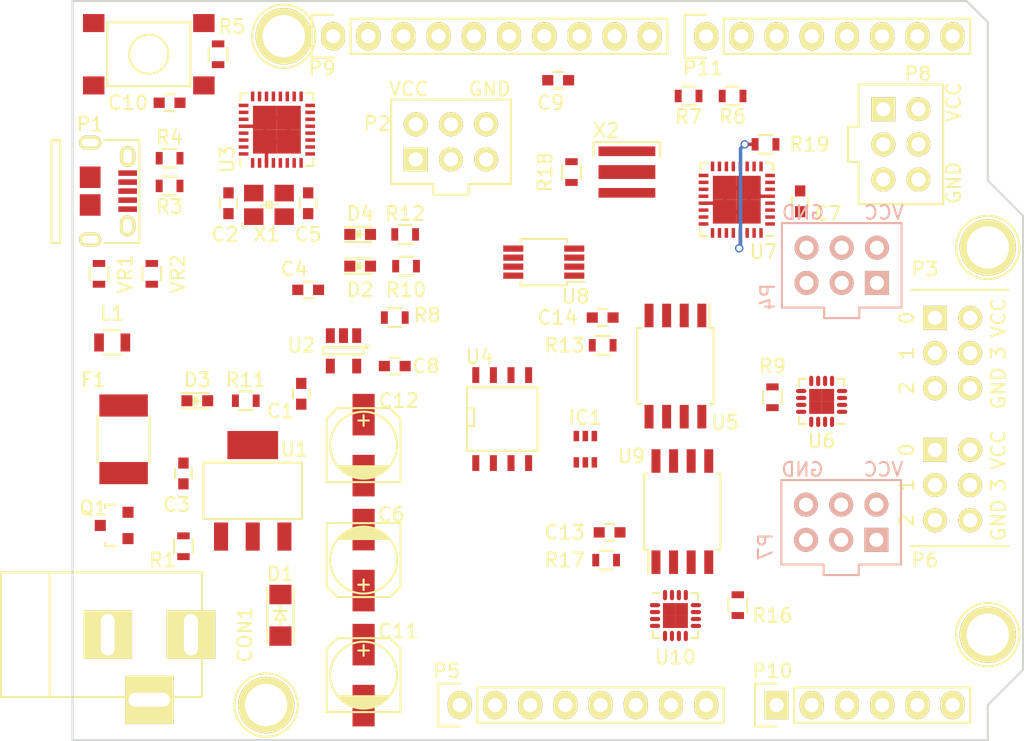
<source format=kicad_pcb>
(kicad_pcb (version 4) (host pcbnew 4.0.2-stable)

  (general
    (links 224)
    (no_connects 218)
    (area 110.922999 72.949999 179.653001 126.440001)
    (thickness 1.6)
    (drawings 15)
    (tracks 25)
    (zones 0)
    (modules 69)
    (nets 100)
  )

  (page A4)
  (title_block
    (date "lun. 30 mars 2015")
  )

  (layers
    (0 F.Cu signal)
    (31 B.Cu signal)
    (32 B.Adhes user)
    (33 F.Adhes user)
    (34 B.Paste user)
    (35 F.Paste user)
    (36 B.SilkS user)
    (37 F.SilkS user)
    (38 B.Mask user)
    (39 F.Mask user)
    (40 Dwgs.User user)
    (41 Cmts.User user)
    (42 Eco1.User user hide)
    (43 Eco2.User user hide)
    (44 Edge.Cuts user)
    (45 Margin user)
    (46 B.CrtYd user)
    (47 F.CrtYd user)
    (48 B.Fab user hide)
    (49 F.Fab user hide)
  )

  (setup
    (last_trace_width 0.25)
    (trace_clearance 0.2)
    (zone_clearance 0.508)
    (zone_45_only no)
    (trace_min 0.2)
    (segment_width 0.15)
    (edge_width 0.15)
    (via_size 0.6)
    (via_drill 0.4)
    (via_min_size 0.4)
    (via_min_drill 0.3)
    (uvia_size 0.3)
    (uvia_drill 0.1)
    (uvias_allowed no)
    (uvia_min_size 0.2)
    (uvia_min_drill 0.1)
    (pcb_text_width 0.3)
    (pcb_text_size 1.5 1.5)
    (mod_edge_width 0.15)
    (mod_text_size 1 1)
    (mod_text_width 0.15)
    (pad_size 0.9 0.9)
    (pad_drill 0)
    (pad_to_mask_clearance 0)
    (aux_axis_origin 110.998 126.365)
    (grid_origin 110.998 126.365)
    (visible_elements FFFFEF7F)
    (pcbplotparams
      (layerselection 0x00030_80000001)
      (usegerberextensions false)
      (excludeedgelayer true)
      (linewidth 0.100000)
      (plotframeref false)
      (viasonmask false)
      (mode 1)
      (useauxorigin false)
      (hpglpennumber 1)
      (hpglpenspeed 20)
      (hpglpendiameter 15)
      (hpglpenoverlay 2)
      (psnegative false)
      (psa4output false)
      (plotreference true)
      (plotvalue true)
      (plotinvisibletext false)
      (padsonsilk false)
      (subtractmaskfromsilk false)
      (outputformat 1)
      (mirror false)
      (drillshape 1)
      (scaleselection 1)
      (outputdirectory ""))
  )

  (net 0 "")
  (net 1 +5V)
  (net 2 GND)
  (net 3 /AREF)
  (net 4 +3V3)
  (net 5 "Net-(C1-Pad1)")
  (net 6 /RES1_U2)
  (net 7 "Net-(C4-Pad1)")
  (net 8 /RES2_U2)
  (net 9 /RST_328)
  (net 10 "Net-(C10-Pad2)")
  (net 11 /VIN)
  (net 12 /3.3V_UNSAFE)
  (net 13 "Net-(CON1-Pad1)")
  (net 14 "Net-(CON1-Pad2)")
  (net 15 "Net-(CON1-Pad3)")
  (net 16 "Net-(D2-Pad2)")
  (net 17 "Net-(D3-Pad2)")
  (net 18 /RXLED)
  (net 19 "Net-(D4-Pad2)")
  (net 20 /TXLED)
  (net 21 "Net-(F1-Pad1)")
  (net 22 /USBVCC)
  (net 23 "Net-(IC1-Pad6)")
  (net 24 "Net-(L1-Pad1)")
  (net 25 "Net-(P1-Pad2)")
  (net 26 "Net-(P1-Pad3)")
  (net 27 "Net-(P1-Pad4)")
  (net 28 /MISO_U2)
  (net 29 /SCK_U2)
  (net 30 /MOSI_U2)
  (net 31 /RST_U2)
  (net 32 /IO0_T1)
  (net 33 /IO1_T1)
  (net 34 /IO3_T1)
  (net 35 /IO2_T1)
  (net 36 /MISO_T1)
  (net 37 /SCK_T1)
  (net 38 /MOSI_T1)
  (net 39 /~RST~_T1)
  (net 40 /IO0_T2)
  (net 41 /MISO_T2)
  (net 42 /MISO_328)
  (net 43 /IO8)
  (net 44 /IO9)
  (net 45 /~SS~_328)
  (net 46 /MOSI_328)
  (net 47 /SCK_328)
  (net 48 /AD2/SDA)
  (net 49 /AD3/SCL)
  (net 50 /AD0)
  (net 51 /AD1)
  (net 52 /AD4/SCK1)
  (net 53 /AD5/MISO1)
  (net 54 /IO0/RX)
  (net 55 /IO1/TX)
  (net 56 /IO2)
  (net 57 /IO3)
  (net 58 /IO4)
  (net 59 /IO5)
  (net 60 /IO6)
  (net 61 /IO7)
  (net 62 "Net-(R3-Pad1)")
  (net 63 "Net-(R4-Pad2)")
  (net 64 "Net-(R6-Pad1)")
  (net 65 "Net-(R7-Pad2)")
  (net 66 /SELECT_T1)
  (net 67 /SELECT_T2)
  (net 68 /~RST~_T2)
  (net 69 /RES1_328)
  (net 70 /RES2_328)
  (net 71 "Net-(U3-Pad5)")
  (net 72 "Net-(U3-Pad6)")
  (net 73 "Net-(U3-Pad7)")
  (net 74 "Net-(U3-Pad12)")
  (net 75 "Net-(U3-Pad14)")
  (net 76 "Net-(U3-Pad18)")
  (net 77 "Net-(U3-Pad19)")
  (net 78 "Net-(U3-Pad20)")
  (net 79 "Net-(U3-Pad21)")
  (net 80 "Net-(U3-Pad22)")
  (net 81 "Net-(U3-Pad23)")
  (net 82 "Net-(U3-Pad25)")
  (net 83 "Net-(U3-Pad26)")
  (net 84 /SCK_RAM)
  (net 85 /MOSI_RAM)
  (net 86 "Net-(U4-Pad3)")
  (net 87 /MISO_RAM)
  (net 88 /~SS~)
  (net 89 /~SS~_T1)
  (net 90 "Net-(U7-Pad3)")
  (net 91 "Net-(U7-Pad6)")
  (net 92 "Net-(U7-Pad19)")
  (net 93 /MOSI1_328)
  (net 94 /~SS~_T2)
  (net 95 /MOSI_T2)
  (net 96 /SCK_T2)
  (net 97 /IO1_T2)
  (net 98 /IO2_T2)
  (net 99 /IO3_T2)

  (net_class Default "This is the default net class."
    (clearance 0.2)
    (trace_width 0.25)
    (via_dia 0.6)
    (via_drill 0.4)
    (uvia_dia 0.3)
    (uvia_drill 0.1)
    (add_net +3V3)
    (add_net +5V)
    (add_net /3.3V_UNSAFE)
    (add_net /AD0)
    (add_net /AD1)
    (add_net /AD2/SDA)
    (add_net /AD3/SCL)
    (add_net /AD4/SCK1)
    (add_net /AD5/MISO1)
    (add_net /AREF)
    (add_net /IO0/RX)
    (add_net /IO0_T1)
    (add_net /IO0_T2)
    (add_net /IO1/TX)
    (add_net /IO1_T1)
    (add_net /IO1_T2)
    (add_net /IO2)
    (add_net /IO2_T1)
    (add_net /IO2_T2)
    (add_net /IO3)
    (add_net /IO3_T1)
    (add_net /IO3_T2)
    (add_net /IO4)
    (add_net /IO5)
    (add_net /IO6)
    (add_net /IO7)
    (add_net /IO8)
    (add_net /IO9)
    (add_net /MISO_328)
    (add_net /MISO_RAM)
    (add_net /MISO_T1)
    (add_net /MISO_T2)
    (add_net /MISO_U2)
    (add_net /MOSI1_328)
    (add_net /MOSI_328)
    (add_net /MOSI_RAM)
    (add_net /MOSI_T1)
    (add_net /MOSI_T2)
    (add_net /MOSI_U2)
    (add_net /RES1_328)
    (add_net /RES1_U2)
    (add_net /RES2_328)
    (add_net /RES2_U2)
    (add_net /RST_328)
    (add_net /RST_U2)
    (add_net /RXLED)
    (add_net /SCK_328)
    (add_net /SCK_RAM)
    (add_net /SCK_T1)
    (add_net /SCK_T2)
    (add_net /SCK_U2)
    (add_net /SELECT_T1)
    (add_net /SELECT_T2)
    (add_net /TXLED)
    (add_net /USBVCC)
    (add_net /VIN)
    (add_net /~RST~_T1)
    (add_net /~RST~_T2)
    (add_net /~SS~)
    (add_net /~SS~_328)
    (add_net /~SS~_T1)
    (add_net /~SS~_T2)
    (add_net GND)
    (add_net "Net-(C1-Pad1)")
    (add_net "Net-(C10-Pad2)")
    (add_net "Net-(C4-Pad1)")
    (add_net "Net-(CON1-Pad1)")
    (add_net "Net-(CON1-Pad2)")
    (add_net "Net-(CON1-Pad3)")
    (add_net "Net-(D2-Pad2)")
    (add_net "Net-(D3-Pad2)")
    (add_net "Net-(D4-Pad2)")
    (add_net "Net-(F1-Pad1)")
    (add_net "Net-(IC1-Pad6)")
    (add_net "Net-(L1-Pad1)")
    (add_net "Net-(P1-Pad2)")
    (add_net "Net-(P1-Pad3)")
    (add_net "Net-(P1-Pad4)")
    (add_net "Net-(R3-Pad1)")
    (add_net "Net-(R4-Pad2)")
    (add_net "Net-(R6-Pad1)")
    (add_net "Net-(R7-Pad2)")
    (add_net "Net-(U3-Pad12)")
    (add_net "Net-(U3-Pad14)")
    (add_net "Net-(U3-Pad18)")
    (add_net "Net-(U3-Pad19)")
    (add_net "Net-(U3-Pad20)")
    (add_net "Net-(U3-Pad21)")
    (add_net "Net-(U3-Pad22)")
    (add_net "Net-(U3-Pad23)")
    (add_net "Net-(U3-Pad25)")
    (add_net "Net-(U3-Pad26)")
    (add_net "Net-(U3-Pad5)")
    (add_net "Net-(U3-Pad6)")
    (add_net "Net-(U3-Pad7)")
    (add_net "Net-(U4-Pad3)")
    (add_net "Net-(U7-Pad19)")
    (add_net "Net-(U7-Pad3)")
    (add_net "Net-(U7-Pad6)")
  )

  (module Housings_DFN_QFN:QFN-32-1EP_5x5mm_Pitch0.5mm (layer F.Cu) (tedit 54130A77) (tstamp 575F032B)
    (at 158.926 87.36 180)
    (descr "UH Package; 32-Lead Plastic QFN (5mm x 5mm); (see Linear Technology QFN_32_05-08-1693.pdf)")
    (tags "QFN 0.5")
    (path /575A6773)
    (attr smd)
    (fp_text reference U7 (at -1.928 -3.75 180) (layer F.SilkS)
      (effects (font (size 1 1) (thickness 0.15)))
    )
    (fp_text value ATMEGA328PB-MU (at 0 3.75 180) (layer F.Fab)
      (effects (font (size 1 1) (thickness 0.15)))
    )
    (fp_line (start -3 -3) (end -3 3) (layer F.CrtYd) (width 0.05))
    (fp_line (start 3 -3) (end 3 3) (layer F.CrtYd) (width 0.05))
    (fp_line (start -3 -3) (end 3 -3) (layer F.CrtYd) (width 0.05))
    (fp_line (start -3 3) (end 3 3) (layer F.CrtYd) (width 0.05))
    (fp_line (start 2.625 -2.625) (end 2.625 -2.1) (layer F.SilkS) (width 0.15))
    (fp_line (start -2.625 2.625) (end -2.625 2.1) (layer F.SilkS) (width 0.15))
    (fp_line (start 2.625 2.625) (end 2.625 2.1) (layer F.SilkS) (width 0.15))
    (fp_line (start -2.625 -2.625) (end -2.1 -2.625) (layer F.SilkS) (width 0.15))
    (fp_line (start -2.625 2.625) (end -2.1 2.625) (layer F.SilkS) (width 0.15))
    (fp_line (start 2.625 2.625) (end 2.1 2.625) (layer F.SilkS) (width 0.15))
    (fp_line (start 2.625 -2.625) (end 2.1 -2.625) (layer F.SilkS) (width 0.15))
    (pad 1 smd rect (at -2.4 -1.75 180) (size 0.7 0.25) (layers F.Cu F.Paste F.Mask)
      (net 57 /IO3))
    (pad 2 smd rect (at -2.4 -1.25 180) (size 0.7 0.25) (layers F.Cu F.Paste F.Mask)
      (net 58 /IO4))
    (pad 3 smd rect (at -2.4 -0.75 180) (size 0.7 0.25) (layers F.Cu F.Paste F.Mask)
      (net 90 "Net-(U7-Pad3)"))
    (pad 4 smd rect (at -2.4 -0.25 180) (size 0.7 0.25) (layers F.Cu F.Paste F.Mask)
      (net 1 +5V))
    (pad 5 smd rect (at -2.4 0.25 180) (size 0.7 0.25) (layers F.Cu F.Paste F.Mask)
      (net 2 GND))
    (pad 6 smd rect (at -2.4 0.75 180) (size 0.7 0.25) (layers F.Cu F.Paste F.Mask)
      (net 91 "Net-(U7-Pad6)"))
    (pad 7 smd rect (at -2.4 1.25 180) (size 0.7 0.25) (layers F.Cu F.Paste F.Mask)
      (net 69 /RES1_328))
    (pad 8 smd rect (at -2.4 1.75 180) (size 0.7 0.25) (layers F.Cu F.Paste F.Mask)
      (net 70 /RES2_328))
    (pad 9 smd rect (at -1.75 2.4 270) (size 0.7 0.25) (layers F.Cu F.Paste F.Mask)
      (net 59 /IO5))
    (pad 10 smd rect (at -1.25 2.4 270) (size 0.7 0.25) (layers F.Cu F.Paste F.Mask)
      (net 60 /IO6))
    (pad 11 smd rect (at -0.75 2.4 270) (size 0.7 0.25) (layers F.Cu F.Paste F.Mask)
      (net 61 /IO7))
    (pad 12 smd rect (at -0.25 2.4 270) (size 0.7 0.25) (layers F.Cu F.Paste F.Mask)
      (net 43 /IO8))
    (pad 13 smd rect (at 0.25 2.4 270) (size 0.7 0.25) (layers F.Cu F.Paste F.Mask)
      (net 44 /IO9))
    (pad 14 smd rect (at 0.75 2.4 270) (size 0.7 0.25) (layers F.Cu F.Paste F.Mask)
      (net 45 /~SS~_328))
    (pad 15 smd rect (at 1.25 2.4 270) (size 0.7 0.25) (layers F.Cu F.Paste F.Mask)
      (net 46 /MOSI_328))
    (pad 16 smd rect (at 1.75 2.4 270) (size 0.7 0.25) (layers F.Cu F.Paste F.Mask)
      (net 42 /MISO_328))
    (pad 17 smd rect (at 2.4 1.75 180) (size 0.7 0.25) (layers F.Cu F.Paste F.Mask)
      (net 47 /SCK_328))
    (pad 18 smd rect (at 2.4 1.25 180) (size 0.7 0.25) (layers F.Cu F.Paste F.Mask)
      (net 1 +5V))
    (pad 19 smd rect (at 2.4 0.75 180) (size 0.7 0.25) (layers F.Cu F.Paste F.Mask)
      (net 92 "Net-(U7-Pad19)"))
    (pad 20 smd rect (at 2.4 0.25 180) (size 0.7 0.25) (layers F.Cu F.Paste F.Mask)
      (net 3 /AREF))
    (pad 21 smd rect (at 2.4 -0.25 180) (size 0.7 0.25) (layers F.Cu F.Paste F.Mask)
      (net 2 GND))
    (pad 22 smd rect (at 2.4 -0.75 180) (size 0.7 0.25) (layers F.Cu F.Paste F.Mask)
      (net 93 /MOSI1_328))
    (pad 23 smd rect (at 2.4 -1.25 180) (size 0.7 0.25) (layers F.Cu F.Paste F.Mask)
      (net 53 /AD5/MISO1))
    (pad 24 smd rect (at 2.4 -1.75 180) (size 0.7 0.25) (layers F.Cu F.Paste F.Mask)
      (net 52 /AD4/SCK1))
    (pad 25 smd rect (at 1.75 -2.4 270) (size 0.7 0.25) (layers F.Cu F.Paste F.Mask)
      (net 49 /AD3/SCL))
    (pad 26 smd rect (at 1.25 -2.4 270) (size 0.7 0.25) (layers F.Cu F.Paste F.Mask)
      (net 48 /AD2/SDA))
    (pad 27 smd rect (at 0.75 -2.4 270) (size 0.7 0.25) (layers F.Cu F.Paste F.Mask)
      (net 51 /AD1))
    (pad 28 smd rect (at 0.25 -2.4 270) (size 0.7 0.25) (layers F.Cu F.Paste F.Mask)
      (net 50 /AD0))
    (pad 29 smd rect (at -0.25 -2.4 270) (size 0.7 0.25) (layers F.Cu F.Paste F.Mask)
      (net 9 /RST_328))
    (pad 30 smd rect (at -0.75 -2.4 270) (size 0.7 0.25) (layers F.Cu F.Paste F.Mask)
      (net 54 /IO0/RX))
    (pad 31 smd rect (at -1.25 -2.4 270) (size 0.7 0.25) (layers F.Cu F.Paste F.Mask)
      (net 55 /IO1/TX))
    (pad 32 smd rect (at -1.75 -2.4 270) (size 0.7 0.25) (layers F.Cu F.Paste F.Mask)
      (net 56 /IO2))
    (pad 33 smd rect (at 0.8625 0.8625 180) (size 1.725 1.725) (layers F.Cu F.Paste F.Mask)
      (net 2 GND) (solder_paste_margin_ratio -0.2))
    (pad 33 smd rect (at 0.8625 -0.8625 180) (size 1.725 1.725) (layers F.Cu F.Paste F.Mask)
      (net 2 GND) (solder_paste_margin_ratio -0.2))
    (pad 33 smd rect (at -0.8625 0.8625 180) (size 1.725 1.725) (layers F.Cu F.Paste F.Mask)
      (net 2 GND) (solder_paste_margin_ratio -0.2))
    (pad 33 smd rect (at -0.8625 -0.8625 180) (size 1.725 1.725) (layers F.Cu F.Paste F.Mask)
      (net 2 GND) (solder_paste_margin_ratio -0.2))
    (model Housings_DFN_QFN.3dshapes/QFN-32-1EP_5x5mm_Pitch0.5mm.wrl
      (at (xyz 0 0 0))
      (scale (xyz 1 1 1))
      (rotate (xyz 0 0 0))
    )
  )

  (module Spenduino_CustomFootprints:AWSCR-CV_Resonator (layer F.Cu) (tedit 5759BCC2) (tstamp 5760150B)
    (at 150.998 85.365 270)
    (descr http://www.abracon.com/Support/PackageDrawing/Resonators/AWSCR-CV.PDF)
    (path /575C4F31)
    (fp_text reference X2 (at -3 1.5 360) (layer F.SilkS)
      (effects (font (size 1 1) (thickness 0.15)))
    )
    (fp_text value RESONATOR (at 0 3.1115 270) (layer F.Fab)
      (effects (font (size 1 1) (thickness 0.15)))
    )
    (fp_line (start -1.778 2.413) (end -1.143 2.413) (layer F.SilkS) (width 0.15))
    (fp_line (start -1.778 2.413) (end -2.159 2.413) (layer F.SilkS) (width 0.15))
    (fp_line (start -2.159 2.4) (end -2.159 -2.4) (layer F.SilkS) (width 0.15))
    (fp_line (start -2.159 -2.286) (end -2.159 -2.413) (layer F.SilkS) (width 0.15))
    (fp_line (start -2.159 -2.4) (end -1.143 -2.4) (layer F.SilkS) (width 0.15))
    (pad 1 smd rect (at -1.5 0 270) (size 0.7 4.1) (layers F.Cu F.Paste F.Mask)
      (net 69 /RES1_328))
    (pad 3 smd rect (at 1.5 0 270) (size 0.7 4.1) (layers F.Cu F.Paste F.Mask)
      (net 70 /RES2_328))
    (pad 2 smd rect (at 0 0 270) (size 1 4.1) (layers F.Cu F.Paste F.Mask)
      (net 2 GND))
  )

  (module Resistors_SMD:R_0603 (layer F.Cu) (tedit 5415CC62) (tstamp 575F0245)
    (at 146.998 85.365 270)
    (descr "Resistor SMD 0603, reflow soldering, Vishay (see dcrcw.pdf)")
    (tags "resistor 0603")
    (path /5759F8B3)
    (attr smd)
    (fp_text reference R18 (at 0 1.905 270) (layer F.SilkS)
      (effects (font (size 1 1) (thickness 0.15)))
    )
    (fp_text value 1M (at 0 1.9 270) (layer F.Fab)
      (effects (font (size 1 1) (thickness 0.15)))
    )
    (fp_line (start -1.3 -0.8) (end 1.3 -0.8) (layer F.CrtYd) (width 0.05))
    (fp_line (start -1.3 0.8) (end 1.3 0.8) (layer F.CrtYd) (width 0.05))
    (fp_line (start -1.3 -0.8) (end -1.3 0.8) (layer F.CrtYd) (width 0.05))
    (fp_line (start 1.3 -0.8) (end 1.3 0.8) (layer F.CrtYd) (width 0.05))
    (fp_line (start 0.5 0.675) (end -0.5 0.675) (layer F.SilkS) (width 0.15))
    (fp_line (start -0.5 -0.675) (end 0.5 -0.675) (layer F.SilkS) (width 0.15))
    (pad 1 smd rect (at -0.75 0 270) (size 0.5 0.9) (layers F.Cu F.Paste F.Mask)
      (net 69 /RES1_328))
    (pad 2 smd rect (at 0.75 0 270) (size 0.5 0.9) (layers F.Cu F.Paste F.Mask)
      (net 70 /RES2_328))
    (model Resistors_SMD.3dshapes/R_0603.wrl
      (at (xyz 0 0 0))
      (scale (xyz 1 1 1))
      (rotate (xyz 0 0 0))
    )
  )

  (module Socket_Arduino_Uno:Arduino_1pin (layer F.Cu) (tedit 575F0E55) (tstamp 5524FC44)
    (at 177.038 118.745)
    (descr "module 1 pin (ou trou mecanique de percage)")
    (tags DEV)
    (path /575F1984)
    (fp_text reference P13 (at 0 -3.048) (layer F.SilkS) hide
      (effects (font (size 1 1) (thickness 0.15)))
    )
    (fp_text value CONN_02X03 (at 0 2.794) (layer F.Fab) hide
      (effects (font (size 1 1) (thickness 0.15)))
    )
    (fp_circle (center 0 0) (end 0 -2.286) (layer F.SilkS) (width 0.15))
    (pad 1 thru_hole circle (at 0 0) (size 4.064 4.064) (drill 3.048) (layers *.Cu *.Mask F.SilkS)
      (net 40 /IO0_T2))
  )

  (module Socket_Arduino_Uno:Arduino_1pin locked (layer F.Cu) (tedit 57601439) (tstamp 5524FC4E)
    (at 177.038 90.805)
    (descr "module 1 pin (ou trou mecanique de percage)")
    (tags DEV)
    (path /575E67F9)
    (fp_text reference P22 (at 0 -3.048) (layer F.SilkS) hide
      (effects (font (size 1 1) (thickness 0.15)))
    )
    (fp_text value CONN_02X03_ICSP (at 0 2.794) (layer F.Fab) hide
      (effects (font (size 1 1) (thickness 0.15)))
    )
    (fp_circle (center 0 0) (end 0 -2.286) (layer F.SilkS) (width 0.15))
    (pad 1 thru_hole circle (at 0 0) (size 4.064 4.064) (drill 3.048) (layers *.Cu *.Mask F.SilkS)
      (net 42 /MISO_328))
  )

  (module pcbfp_lib:Socket_Strip_Arduino_1x08 locked (layer F.Cu) (tedit 575ED213) (tstamp 551AF9EA)
    (at 138.938 123.825)
    (descr "Through hole socket strip")
    (tags "socket strip")
    (path /5756E5F0)
    (fp_text reference P5 (at -0.94 -2.46) (layer F.SilkS)
      (effects (font (size 1 1) (thickness 0.15)))
    )
    (fp_text value CONN_01X08 (at 8.89 -4.064) (layer F.Fab)
      (effects (font (size 1 1) (thickness 0.15)))
    )
    (fp_line (start -1.75 -1.75) (end -1.75 1.75) (layer F.CrtYd) (width 0.05))
    (fp_line (start 19.55 -1.75) (end 19.55 1.75) (layer F.CrtYd) (width 0.05))
    (fp_line (start -1.75 -1.75) (end 19.55 -1.75) (layer F.CrtYd) (width 0.05))
    (fp_line (start -1.75 1.75) (end 19.55 1.75) (layer F.CrtYd) (width 0.05))
    (fp_line (start 1.27 1.27) (end 19.05 1.27) (layer F.SilkS) (width 0.15))
    (fp_line (start 19.05 1.27) (end 19.05 -1.27) (layer F.SilkS) (width 0.15))
    (fp_line (start 19.05 -1.27) (end 1.27 -1.27) (layer F.SilkS) (width 0.15))
    (fp_line (start -1.55 1.55) (end 0 1.55) (layer F.SilkS) (width 0.15))
    (fp_line (start 1.27 1.27) (end 1.27 -1.27) (layer F.SilkS) (width 0.15))
    (fp_line (start 0 -1.55) (end -1.55 -1.55) (layer F.SilkS) (width 0.15))
    (fp_line (start -1.55 -1.55) (end -1.55 1.55) (layer F.SilkS) (width 0.15))
    (pad 1 thru_hole oval (at 0 0) (size 1.7272 2.032) (drill 1.016) (layers *.Cu *.Mask F.SilkS)
      (net 2 GND))
    (pad 2 thru_hole oval (at 2.54 0) (size 1.7272 2.032) (drill 1.016) (layers *.Cu *.Mask F.SilkS)
      (net 1 +5V))
    (pad 3 thru_hole oval (at 5.08 0) (size 1.7272 2.032) (drill 1.016) (layers *.Cu *.Mask F.SilkS)
      (net 9 /RST_328))
    (pad 4 thru_hole oval (at 7.62 0) (size 1.7272 2.032) (drill 1.016) (layers *.Cu *.Mask F.SilkS)
      (net 4 +3V3))
    (pad 5 thru_hole oval (at 10.16 0) (size 1.7272 2.032) (drill 1.016) (layers *.Cu *.Mask F.SilkS)
      (net 1 +5V))
    (pad 6 thru_hole oval (at 12.7 0) (size 1.7272 2.032) (drill 1.016) (layers *.Cu *.Mask F.SilkS)
      (net 2 GND))
    (pad 7 thru_hole oval (at 15.24 0) (size 1.7272 2.032) (drill 1.016) (layers *.Cu *.Mask F.SilkS)
      (net 2 GND))
    (pad 8 thru_hole oval (at 17.78 0) (size 1.7272 2.032) (drill 1.016) (layers *.Cu *.Mask F.SilkS)
      (net 11 /VIN))
    (model ${KIPRJMOD}/Socket_Arduino_Uno.3dshapes/Socket_header_Arduino_1x08.wrl
      (at (xyz 0.35 0 0))
      (scale (xyz 1 1 1))
      (rotate (xyz 0 0 180))
    )
  )

  (module pcbfp_lib:Socket_Strip_Arduino_1x08 locked (layer F.Cu) (tedit 575ED213) (tstamp 551AFA2F)
    (at 156.718 75.565)
    (descr "Through hole socket strip")
    (tags "socket strip")
    (path /5756E5AC)
    (fp_text reference P11 (at -0.22 2.3) (layer F.SilkS)
      (effects (font (size 1 1) (thickness 0.15)))
    )
    (fp_text value CONN_01X08 (at 8.89 -4.064) (layer F.Fab)
      (effects (font (size 1 1) (thickness 0.15)))
    )
    (fp_line (start -1.75 -1.75) (end -1.75 1.75) (layer F.CrtYd) (width 0.05))
    (fp_line (start 19.55 -1.75) (end 19.55 1.75) (layer F.CrtYd) (width 0.05))
    (fp_line (start -1.75 -1.75) (end 19.55 -1.75) (layer F.CrtYd) (width 0.05))
    (fp_line (start -1.75 1.75) (end 19.55 1.75) (layer F.CrtYd) (width 0.05))
    (fp_line (start 1.27 1.27) (end 19.05 1.27) (layer F.SilkS) (width 0.15))
    (fp_line (start 19.05 1.27) (end 19.05 -1.27) (layer F.SilkS) (width 0.15))
    (fp_line (start 19.05 -1.27) (end 1.27 -1.27) (layer F.SilkS) (width 0.15))
    (fp_line (start -1.55 1.55) (end 0 1.55) (layer F.SilkS) (width 0.15))
    (fp_line (start 1.27 1.27) (end 1.27 -1.27) (layer F.SilkS) (width 0.15))
    (fp_line (start 0 -1.55) (end -1.55 -1.55) (layer F.SilkS) (width 0.15))
    (fp_line (start -1.55 -1.55) (end -1.55 1.55) (layer F.SilkS) (width 0.15))
    (pad 1 thru_hole oval (at 0 0) (size 1.7272 2.032) (drill 1.016) (layers *.Cu *.Mask F.SilkS)
      (net 54 /IO0/RX))
    (pad 2 thru_hole oval (at 2.54 0) (size 1.7272 2.032) (drill 1.016) (layers *.Cu *.Mask F.SilkS)
      (net 55 /IO1/TX))
    (pad 3 thru_hole oval (at 5.08 0) (size 1.7272 2.032) (drill 1.016) (layers *.Cu *.Mask F.SilkS)
      (net 56 /IO2))
    (pad 4 thru_hole oval (at 7.62 0) (size 1.7272 2.032) (drill 1.016) (layers *.Cu *.Mask F.SilkS)
      (net 57 /IO3))
    (pad 5 thru_hole oval (at 10.16 0) (size 1.7272 2.032) (drill 1.016) (layers *.Cu *.Mask F.SilkS)
      (net 58 /IO4))
    (pad 6 thru_hole oval (at 12.7 0) (size 1.7272 2.032) (drill 1.016) (layers *.Cu *.Mask F.SilkS)
      (net 59 /IO5))
    (pad 7 thru_hole oval (at 15.24 0) (size 1.7272 2.032) (drill 1.016) (layers *.Cu *.Mask F.SilkS)
      (net 60 /IO6))
    (pad 8 thru_hole oval (at 17.78 0) (size 1.7272 2.032) (drill 1.016) (layers *.Cu *.Mask F.SilkS)
      (net 61 /IO7))
    (model ${KIPRJMOD}/Socket_Arduino_Uno.3dshapes/Socket_header_Arduino_1x08.wrl
      (at (xyz 0.35 0 0))
      (scale (xyz 1 1 1))
      (rotate (xyz 0 0 180))
    )
  )

  (module Capacitors_SMD:C_0603 (layer F.Cu) (tedit 5415D631) (tstamp 575EFFFC)
    (at 127.498 101.365 270)
    (descr "Capacitor SMD 0603, reflow soldering, AVX (see smccp.pdf)")
    (tags "capacitor 0603")
    (path /575B29F5)
    (attr smd)
    (fp_text reference C1 (at 1.25 1.5 360) (layer F.SilkS)
      (effects (font (size 1 1) (thickness 0.15)))
    )
    (fp_text value 470pF (at 0 1.9 270) (layer F.Fab)
      (effects (font (size 1 1) (thickness 0.15)))
    )
    (fp_line (start -1.45 -0.75) (end 1.45 -0.75) (layer F.CrtYd) (width 0.05))
    (fp_line (start -1.45 0.75) (end 1.45 0.75) (layer F.CrtYd) (width 0.05))
    (fp_line (start -1.45 -0.75) (end -1.45 0.75) (layer F.CrtYd) (width 0.05))
    (fp_line (start 1.45 -0.75) (end 1.45 0.75) (layer F.CrtYd) (width 0.05))
    (fp_line (start -0.35 -0.6) (end 0.35 -0.6) (layer F.SilkS) (width 0.15))
    (fp_line (start 0.35 0.6) (end -0.35 0.6) (layer F.SilkS) (width 0.15))
    (pad 1 smd rect (at -0.75 0 270) (size 0.8 0.75) (layers F.Cu F.Paste F.Mask)
      (net 5 "Net-(C1-Pad1)"))
    (pad 2 smd rect (at 0.75 0 270) (size 0.8 0.75) (layers F.Cu F.Paste F.Mask)
      (net 2 GND))
    (model Capacitors_SMD.3dshapes/C_0603.wrl
      (at (xyz 0 0 0))
      (scale (xyz 1 1 1))
      (rotate (xyz 0 0 0))
    )
  )

  (module Capacitors_SMD:C_0603 (layer F.Cu) (tedit 5415D631) (tstamp 575F0008)
    (at 122.248 87.615 90)
    (descr "Capacitor SMD 0603, reflow soldering, AVX (see smccp.pdf)")
    (tags "capacitor 0603")
    (path /5759CDD4)
    (attr smd)
    (fp_text reference C2 (at -2.25 -0.25 180) (layer F.SilkS)
      (effects (font (size 1 1) (thickness 0.15)))
    )
    (fp_text value 15pf (at 0 1.9 90) (layer F.Fab)
      (effects (font (size 1 1) (thickness 0.15)))
    )
    (fp_line (start -1.45 -0.75) (end 1.45 -0.75) (layer F.CrtYd) (width 0.05))
    (fp_line (start -1.45 0.75) (end 1.45 0.75) (layer F.CrtYd) (width 0.05))
    (fp_line (start -1.45 -0.75) (end -1.45 0.75) (layer F.CrtYd) (width 0.05))
    (fp_line (start 1.45 -0.75) (end 1.45 0.75) (layer F.CrtYd) (width 0.05))
    (fp_line (start -0.35 -0.6) (end 0.35 -0.6) (layer F.SilkS) (width 0.15))
    (fp_line (start 0.35 0.6) (end -0.35 0.6) (layer F.SilkS) (width 0.15))
    (pad 1 smd rect (at -0.75 0 90) (size 0.8 0.75) (layers F.Cu F.Paste F.Mask)
      (net 6 /RES1_U2))
    (pad 2 smd rect (at 0.75 0 90) (size 0.8 0.75) (layers F.Cu F.Paste F.Mask)
      (net 2 GND))
    (model Capacitors_SMD.3dshapes/C_0603.wrl
      (at (xyz 0 0 0))
      (scale (xyz 1 1 1))
      (rotate (xyz 0 0 0))
    )
  )

  (module Capacitors_SMD:C_0603 (layer F.Cu) (tedit 5415D631) (tstamp 575F0014)
    (at 118.998 107.115 90)
    (descr "Capacitor SMD 0603, reflow soldering, AVX (see smccp.pdf)")
    (tags "capacitor 0603")
    (path /57594612)
    (attr smd)
    (fp_text reference C3 (at -2.25 -0.5 360) (layer F.SilkS)
      (effects (font (size 1 1) (thickness 0.15)))
    )
    (fp_text value .1uF (at 0 1.9 90) (layer F.Fab)
      (effects (font (size 1 1) (thickness 0.15)))
    )
    (fp_line (start -1.45 -0.75) (end 1.45 -0.75) (layer F.CrtYd) (width 0.05))
    (fp_line (start -1.45 0.75) (end 1.45 0.75) (layer F.CrtYd) (width 0.05))
    (fp_line (start -1.45 -0.75) (end -1.45 0.75) (layer F.CrtYd) (width 0.05))
    (fp_line (start 1.45 -0.75) (end 1.45 0.75) (layer F.CrtYd) (width 0.05))
    (fp_line (start -0.35 -0.6) (end 0.35 -0.6) (layer F.SilkS) (width 0.15))
    (fp_line (start 0.35 0.6) (end -0.35 0.6) (layer F.SilkS) (width 0.15))
    (pad 1 smd rect (at -0.75 0 90) (size 0.8 0.75) (layers F.Cu F.Paste F.Mask)
      (net 1 +5V))
    (pad 2 smd rect (at 0.75 0 90) (size 0.8 0.75) (layers F.Cu F.Paste F.Mask)
      (net 2 GND))
    (model Capacitors_SMD.3dshapes/C_0603.wrl
      (at (xyz 0 0 0))
      (scale (xyz 1 1 1))
      (rotate (xyz 0 0 0))
    )
  )

  (module Capacitors_SMD:C_0603 (layer F.Cu) (tedit 5415D631) (tstamp 575F0020)
    (at 127.998 93.865)
    (descr "Capacitor SMD 0603, reflow soldering, AVX (see smccp.pdf)")
    (tags "capacitor 0603")
    (path /5759BB05)
    (attr smd)
    (fp_text reference C4 (at -1 -1.5 180) (layer F.SilkS)
      (effects (font (size 1 1) (thickness 0.15)))
    )
    (fp_text value 1uF (at 0 1.9) (layer F.Fab)
      (effects (font (size 1 1) (thickness 0.15)))
    )
    (fp_line (start -1.45 -0.75) (end 1.45 -0.75) (layer F.CrtYd) (width 0.05))
    (fp_line (start -1.45 0.75) (end 1.45 0.75) (layer F.CrtYd) (width 0.05))
    (fp_line (start -1.45 -0.75) (end -1.45 0.75) (layer F.CrtYd) (width 0.05))
    (fp_line (start 1.45 -0.75) (end 1.45 0.75) (layer F.CrtYd) (width 0.05))
    (fp_line (start -0.35 -0.6) (end 0.35 -0.6) (layer F.SilkS) (width 0.15))
    (fp_line (start 0.35 0.6) (end -0.35 0.6) (layer F.SilkS) (width 0.15))
    (pad 1 smd rect (at -0.75 0) (size 0.8 0.75) (layers F.Cu F.Paste F.Mask)
      (net 7 "Net-(C4-Pad1)"))
    (pad 2 smd rect (at 0.75 0) (size 0.8 0.75) (layers F.Cu F.Paste F.Mask)
      (net 2 GND))
    (model Capacitors_SMD.3dshapes/C_0603.wrl
      (at (xyz 0 0 0))
      (scale (xyz 1 1 1))
      (rotate (xyz 0 0 0))
    )
  )

  (module Capacitors_SMD:C_0603 (layer F.Cu) (tedit 5415D631) (tstamp 575F002C)
    (at 127.998 87.615 270)
    (descr "Capacitor SMD 0603, reflow soldering, AVX (see smccp.pdf)")
    (tags "capacitor 0603")
    (path /5759D0B7)
    (attr smd)
    (fp_text reference C5 (at 2.25 0 360) (layer F.SilkS)
      (effects (font (size 1 1) (thickness 0.15)))
    )
    (fp_text value 15pf (at 0 1.9 270) (layer F.Fab)
      (effects (font (size 1 1) (thickness 0.15)))
    )
    (fp_line (start -1.45 -0.75) (end 1.45 -0.75) (layer F.CrtYd) (width 0.05))
    (fp_line (start -1.45 0.75) (end 1.45 0.75) (layer F.CrtYd) (width 0.05))
    (fp_line (start -1.45 -0.75) (end -1.45 0.75) (layer F.CrtYd) (width 0.05))
    (fp_line (start 1.45 -0.75) (end 1.45 0.75) (layer F.CrtYd) (width 0.05))
    (fp_line (start -0.35 -0.6) (end 0.35 -0.6) (layer F.SilkS) (width 0.15))
    (fp_line (start 0.35 0.6) (end -0.35 0.6) (layer F.SilkS) (width 0.15))
    (pad 1 smd rect (at -0.75 0 270) (size 0.8 0.75) (layers F.Cu F.Paste F.Mask)
      (net 8 /RES2_U2))
    (pad 2 smd rect (at 0.75 0 270) (size 0.8 0.75) (layers F.Cu F.Paste F.Mask)
      (net 2 GND))
    (model Capacitors_SMD.3dshapes/C_0603.wrl
      (at (xyz 0 0 0))
      (scale (xyz 1 1 1))
      (rotate (xyz 0 0 0))
    )
  )

  (module Capacitors_SMD:c_elec_5x5.3 (layer F.Cu) (tedit 55725CA0) (tstamp 575F0046)
    (at 131.998 113.365 270)
    (descr "SMT capacitor, aluminium electrolytic, 5x5.3")
    (path /57594ECD)
    (attr smd)
    (fp_text reference C6 (at -3.292 -2 360) (layer F.SilkS)
      (effects (font (size 1 1) (thickness 0.15)))
    )
    (fp_text value 47uF (at 0 3.81 270) (layer F.Fab)
      (effects (font (size 1 1) (thickness 0.15)))
    )
    (fp_line (start -3.95 -3) (end 3.95 -3) (layer F.CrtYd) (width 0.05))
    (fp_line (start 3.95 -3) (end 3.95 3) (layer F.CrtYd) (width 0.05))
    (fp_line (start 3.95 3) (end -3.95 3) (layer F.CrtYd) (width 0.05))
    (fp_line (start -3.95 3) (end -3.95 -3) (layer F.CrtYd) (width 0.05))
    (fp_line (start -2.286 -0.635) (end -2.286 0.762) (layer F.SilkS) (width 0.15))
    (fp_line (start -2.159 -0.889) (end -2.159 0.889) (layer F.SilkS) (width 0.15))
    (fp_line (start -2.032 -1.27) (end -2.032 1.27) (layer F.SilkS) (width 0.15))
    (fp_line (start -1.905 1.397) (end -1.905 -1.397) (layer F.SilkS) (width 0.15))
    (fp_line (start -1.778 -1.524) (end -1.778 1.524) (layer F.SilkS) (width 0.15))
    (fp_line (start -1.651 1.651) (end -1.651 -1.651) (layer F.SilkS) (width 0.15))
    (fp_line (start -1.524 -1.778) (end -1.524 1.778) (layer F.SilkS) (width 0.15))
    (fp_line (start -2.667 -2.667) (end 1.905 -2.667) (layer F.SilkS) (width 0.15))
    (fp_line (start 1.905 -2.667) (end 2.667 -1.905) (layer F.SilkS) (width 0.15))
    (fp_line (start 2.667 -1.905) (end 2.667 1.905) (layer F.SilkS) (width 0.15))
    (fp_line (start 2.667 1.905) (end 1.905 2.667) (layer F.SilkS) (width 0.15))
    (fp_line (start 1.905 2.667) (end -2.667 2.667) (layer F.SilkS) (width 0.15))
    (fp_line (start -2.667 2.667) (end -2.667 -2.667) (layer F.SilkS) (width 0.15))
    (fp_line (start 2.159 0) (end 1.397 0) (layer F.SilkS) (width 0.15))
    (fp_line (start 1.778 -0.381) (end 1.778 0.381) (layer F.SilkS) (width 0.15))
    (fp_circle (center 0 0) (end -2.413 0) (layer F.SilkS) (width 0.15))
    (pad 1 smd rect (at 2.19964 0 270) (size 2.99974 1.6002) (layers F.Cu F.Paste F.Mask)
      (net 1 +5V))
    (pad 2 smd rect (at -2.19964 0 270) (size 2.99974 1.6002) (layers F.Cu F.Paste F.Mask)
      (net 2 GND))
    (model Capacitors_SMD.3dshapes/c_elec_5x5.3.wrl
      (at (xyz 0 0 0))
      (scale (xyz 1 1 1))
      (rotate (xyz 0 0 0))
    )
  )

  (module Capacitors_SMD:C_0603 (layer F.Cu) (tedit 5415D631) (tstamp 575F0052)
    (at 163.498 87.475 90)
    (descr "Capacitor SMD 0603, reflow soldering, AVX (see smccp.pdf)")
    (tags "capacitor 0603")
    (path /575A830E)
    (attr smd)
    (fp_text reference C7 (at -0.89 2 180) (layer F.SilkS)
      (effects (font (size 1 1) (thickness 0.15)))
    )
    (fp_text value .1uF (at 0 1.9 90) (layer F.Fab)
      (effects (font (size 1 1) (thickness 0.15)))
    )
    (fp_line (start -1.45 -0.75) (end 1.45 -0.75) (layer F.CrtYd) (width 0.05))
    (fp_line (start -1.45 0.75) (end 1.45 0.75) (layer F.CrtYd) (width 0.05))
    (fp_line (start -1.45 -0.75) (end -1.45 0.75) (layer F.CrtYd) (width 0.05))
    (fp_line (start 1.45 -0.75) (end 1.45 0.75) (layer F.CrtYd) (width 0.05))
    (fp_line (start -0.35 -0.6) (end 0.35 -0.6) (layer F.SilkS) (width 0.15))
    (fp_line (start 0.35 0.6) (end -0.35 0.6) (layer F.SilkS) (width 0.15))
    (pad 1 smd rect (at -0.75 0 90) (size 0.8 0.75) (layers F.Cu F.Paste F.Mask)
      (net 1 +5V))
    (pad 2 smd rect (at 0.75 0 90) (size 0.8 0.75) (layers F.Cu F.Paste F.Mask)
      (net 2 GND))
    (model Capacitors_SMD.3dshapes/C_0603.wrl
      (at (xyz 0 0 0))
      (scale (xyz 1 1 1))
      (rotate (xyz 0 0 0))
    )
  )

  (module Capacitors_SMD:C_0603 (layer F.Cu) (tedit 5415D631) (tstamp 575F005E)
    (at 134.248 99.365)
    (descr "Capacitor SMD 0603, reflow soldering, AVX (see smccp.pdf)")
    (tags "capacitor 0603")
    (path /575B9521)
    (attr smd)
    (fp_text reference C8 (at 2.25 0) (layer F.SilkS)
      (effects (font (size 1 1) (thickness 0.15)))
    )
    (fp_text value .1uF (at 0 1.9) (layer F.Fab)
      (effects (font (size 1 1) (thickness 0.15)))
    )
    (fp_line (start -1.45 -0.75) (end 1.45 -0.75) (layer F.CrtYd) (width 0.05))
    (fp_line (start -1.45 0.75) (end 1.45 0.75) (layer F.CrtYd) (width 0.05))
    (fp_line (start -1.45 -0.75) (end -1.45 0.75) (layer F.CrtYd) (width 0.05))
    (fp_line (start 1.45 -0.75) (end 1.45 0.75) (layer F.CrtYd) (width 0.05))
    (fp_line (start -0.35 -0.6) (end 0.35 -0.6) (layer F.SilkS) (width 0.15))
    (fp_line (start 0.35 0.6) (end -0.35 0.6) (layer F.SilkS) (width 0.15))
    (pad 1 smd rect (at -0.75 0) (size 0.8 0.75) (layers F.Cu F.Paste F.Mask)
      (net 4 +3V3))
    (pad 2 smd rect (at 0.75 0) (size 0.8 0.75) (layers F.Cu F.Paste F.Mask)
      (net 2 GND))
    (model Capacitors_SMD.3dshapes/C_0603.wrl
      (at (xyz 0 0 0))
      (scale (xyz 1 1 1))
      (rotate (xyz 0 0 0))
    )
  )

  (module Capacitors_SMD:C_0603 (layer F.Cu) (tedit 5415D631) (tstamp 575F006A)
    (at 146.038 78.74 180)
    (descr "Capacitor SMD 0603, reflow soldering, AVX (see smccp.pdf)")
    (tags "capacitor 0603")
    (path /5757B30D)
    (attr smd)
    (fp_text reference C9 (at 0.54 -1.625 180) (layer F.SilkS)
      (effects (font (size 1 1) (thickness 0.15)))
    )
    (fp_text value .1uF (at 0 1.9 180) (layer F.Fab)
      (effects (font (size 1 1) (thickness 0.15)))
    )
    (fp_line (start -1.45 -0.75) (end 1.45 -0.75) (layer F.CrtYd) (width 0.05))
    (fp_line (start -1.45 0.75) (end 1.45 0.75) (layer F.CrtYd) (width 0.05))
    (fp_line (start -1.45 -0.75) (end -1.45 0.75) (layer F.CrtYd) (width 0.05))
    (fp_line (start 1.45 -0.75) (end 1.45 0.75) (layer F.CrtYd) (width 0.05))
    (fp_line (start -0.35 -0.6) (end 0.35 -0.6) (layer F.SilkS) (width 0.15))
    (fp_line (start 0.35 0.6) (end -0.35 0.6) (layer F.SilkS) (width 0.15))
    (pad 1 smd rect (at -0.75 0 180) (size 0.8 0.75) (layers F.Cu F.Paste F.Mask)
      (net 3 /AREF))
    (pad 2 smd rect (at 0.75 0 180) (size 0.8 0.75) (layers F.Cu F.Paste F.Mask)
      (net 2 GND))
    (model Capacitors_SMD.3dshapes/C_0603.wrl
      (at (xyz 0 0 0))
      (scale (xyz 1 1 1))
      (rotate (xyz 0 0 0))
    )
  )

  (module Capacitors_SMD:C_0603 (layer F.Cu) (tedit 5415D631) (tstamp 575F0076)
    (at 117.998 80.365)
    (descr "Capacitor SMD 0603, reflow soldering, AVX (see smccp.pdf)")
    (tags "capacitor 0603")
    (path /57577142)
    (attr smd)
    (fp_text reference C10 (at -3 0) (layer F.SilkS)
      (effects (font (size 1 1) (thickness 0.15)))
    )
    (fp_text value 100n (at 0 1.9) (layer F.Fab)
      (effects (font (size 1 1) (thickness 0.15)))
    )
    (fp_line (start -1.45 -0.75) (end 1.45 -0.75) (layer F.CrtYd) (width 0.05))
    (fp_line (start -1.45 0.75) (end 1.45 0.75) (layer F.CrtYd) (width 0.05))
    (fp_line (start -1.45 -0.75) (end -1.45 0.75) (layer F.CrtYd) (width 0.05))
    (fp_line (start 1.45 -0.75) (end 1.45 0.75) (layer F.CrtYd) (width 0.05))
    (fp_line (start -0.35 -0.6) (end 0.35 -0.6) (layer F.SilkS) (width 0.15))
    (fp_line (start 0.35 0.6) (end -0.35 0.6) (layer F.SilkS) (width 0.15))
    (pad 1 smd rect (at -0.75 0) (size 0.8 0.75) (layers F.Cu F.Paste F.Mask)
      (net 9 /RST_328))
    (pad 2 smd rect (at 0.75 0) (size 0.8 0.75) (layers F.Cu F.Paste F.Mask)
      (net 10 "Net-(C10-Pad2)"))
    (model Capacitors_SMD.3dshapes/C_0603.wrl
      (at (xyz 0 0 0))
      (scale (xyz 1 1 1))
      (rotate (xyz 0 0 0))
    )
  )

  (module Capacitors_SMD:c_elec_5x5.3 (layer F.Cu) (tedit 55725CA0) (tstamp 575F0090)
    (at 131.998 121.66536 90)
    (descr "SMT capacitor, aluminium electrolytic, 5x5.3")
    (path /5768F8CE)
    (attr smd)
    (fp_text reference C11 (at 3.174 2.5 180) (layer F.SilkS)
      (effects (font (size 1 1) (thickness 0.15)))
    )
    (fp_text value 47uF (at 0 3.81 90) (layer F.Fab)
      (effects (font (size 1 1) (thickness 0.15)))
    )
    (fp_line (start -3.95 -3) (end 3.95 -3) (layer F.CrtYd) (width 0.05))
    (fp_line (start 3.95 -3) (end 3.95 3) (layer F.CrtYd) (width 0.05))
    (fp_line (start 3.95 3) (end -3.95 3) (layer F.CrtYd) (width 0.05))
    (fp_line (start -3.95 3) (end -3.95 -3) (layer F.CrtYd) (width 0.05))
    (fp_line (start -2.286 -0.635) (end -2.286 0.762) (layer F.SilkS) (width 0.15))
    (fp_line (start -2.159 -0.889) (end -2.159 0.889) (layer F.SilkS) (width 0.15))
    (fp_line (start -2.032 -1.27) (end -2.032 1.27) (layer F.SilkS) (width 0.15))
    (fp_line (start -1.905 1.397) (end -1.905 -1.397) (layer F.SilkS) (width 0.15))
    (fp_line (start -1.778 -1.524) (end -1.778 1.524) (layer F.SilkS) (width 0.15))
    (fp_line (start -1.651 1.651) (end -1.651 -1.651) (layer F.SilkS) (width 0.15))
    (fp_line (start -1.524 -1.778) (end -1.524 1.778) (layer F.SilkS) (width 0.15))
    (fp_line (start -2.667 -2.667) (end 1.905 -2.667) (layer F.SilkS) (width 0.15))
    (fp_line (start 1.905 -2.667) (end 2.667 -1.905) (layer F.SilkS) (width 0.15))
    (fp_line (start 2.667 -1.905) (end 2.667 1.905) (layer F.SilkS) (width 0.15))
    (fp_line (start 2.667 1.905) (end 1.905 2.667) (layer F.SilkS) (width 0.15))
    (fp_line (start 1.905 2.667) (end -2.667 2.667) (layer F.SilkS) (width 0.15))
    (fp_line (start -2.667 2.667) (end -2.667 -2.667) (layer F.SilkS) (width 0.15))
    (fp_line (start 2.159 0) (end 1.397 0) (layer F.SilkS) (width 0.15))
    (fp_line (start 1.778 -0.381) (end 1.778 0.381) (layer F.SilkS) (width 0.15))
    (fp_circle (center 0 0) (end -2.413 0) (layer F.SilkS) (width 0.15))
    (pad 1 smd rect (at 2.19964 0 90) (size 2.99974 1.6002) (layers F.Cu F.Paste F.Mask)
      (net 11 /VIN))
    (pad 2 smd rect (at -2.19964 0 90) (size 2.99974 1.6002) (layers F.Cu F.Paste F.Mask)
      (net 2 GND))
    (model Capacitors_SMD.3dshapes/c_elec_5x5.3.wrl
      (at (xyz 0 0 0))
      (scale (xyz 1 1 1))
      (rotate (xyz 0 0 0))
    )
  )

  (module Capacitors_SMD:c_elec_5x5.3 (layer F.Cu) (tedit 55725CA0) (tstamp 575F00AA)
    (at 131.998 105.06964 90)
    (descr "SMT capacitor, aluminium electrolytic, 5x5.3")
    (path /5768F167)
    (attr smd)
    (fp_text reference C12 (at 3.20464 2.545 180) (layer F.SilkS)
      (effects (font (size 1 1) (thickness 0.15)))
    )
    (fp_text value 10uF (at 0 3.81 90) (layer F.Fab)
      (effects (font (size 1 1) (thickness 0.15)))
    )
    (fp_line (start -3.95 -3) (end 3.95 -3) (layer F.CrtYd) (width 0.05))
    (fp_line (start 3.95 -3) (end 3.95 3) (layer F.CrtYd) (width 0.05))
    (fp_line (start 3.95 3) (end -3.95 3) (layer F.CrtYd) (width 0.05))
    (fp_line (start -3.95 3) (end -3.95 -3) (layer F.CrtYd) (width 0.05))
    (fp_line (start -2.286 -0.635) (end -2.286 0.762) (layer F.SilkS) (width 0.15))
    (fp_line (start -2.159 -0.889) (end -2.159 0.889) (layer F.SilkS) (width 0.15))
    (fp_line (start -2.032 -1.27) (end -2.032 1.27) (layer F.SilkS) (width 0.15))
    (fp_line (start -1.905 1.397) (end -1.905 -1.397) (layer F.SilkS) (width 0.15))
    (fp_line (start -1.778 -1.524) (end -1.778 1.524) (layer F.SilkS) (width 0.15))
    (fp_line (start -1.651 1.651) (end -1.651 -1.651) (layer F.SilkS) (width 0.15))
    (fp_line (start -1.524 -1.778) (end -1.524 1.778) (layer F.SilkS) (width 0.15))
    (fp_line (start -2.667 -2.667) (end 1.905 -2.667) (layer F.SilkS) (width 0.15))
    (fp_line (start 1.905 -2.667) (end 2.667 -1.905) (layer F.SilkS) (width 0.15))
    (fp_line (start 2.667 -1.905) (end 2.667 1.905) (layer F.SilkS) (width 0.15))
    (fp_line (start 2.667 1.905) (end 1.905 2.667) (layer F.SilkS) (width 0.15))
    (fp_line (start 1.905 2.667) (end -2.667 2.667) (layer F.SilkS) (width 0.15))
    (fp_line (start -2.667 2.667) (end -2.667 -2.667) (layer F.SilkS) (width 0.15))
    (fp_line (start 2.159 0) (end 1.397 0) (layer F.SilkS) (width 0.15))
    (fp_line (start 1.778 -0.381) (end 1.778 0.381) (layer F.SilkS) (width 0.15))
    (fp_circle (center 0 0) (end -2.413 0) (layer F.SilkS) (width 0.15))
    (pad 1 smd rect (at 2.19964 0 90) (size 2.99974 1.6002) (layers F.Cu F.Paste F.Mask)
      (net 4 +3V3))
    (pad 2 smd rect (at -2.19964 0 90) (size 2.99974 1.6002) (layers F.Cu F.Paste F.Mask)
      (net 2 GND))
    (model Capacitors_SMD.3dshapes/c_elec_5x5.3.wrl
      (at (xyz 0 0 0))
      (scale (xyz 1 1 1))
      (rotate (xyz 0 0 0))
    )
  )

  (module Capacitors_SMD:C_0603 (layer F.Cu) (tedit 5415D631) (tstamp 575F00B6)
    (at 149.748 111.365 180)
    (descr "Capacitor SMD 0603, reflow soldering, AVX (see smccp.pdf)")
    (tags "capacitor 0603")
    (path /576004F0)
    (attr smd)
    (fp_text reference C13 (at 3.25 0 180) (layer F.SilkS)
      (effects (font (size 1 1) (thickness 0.15)))
    )
    (fp_text value .1uF (at 0 1.9 180) (layer F.Fab)
      (effects (font (size 1 1) (thickness 0.15)))
    )
    (fp_line (start -1.45 -0.75) (end 1.45 -0.75) (layer F.CrtYd) (width 0.05))
    (fp_line (start -1.45 0.75) (end 1.45 0.75) (layer F.CrtYd) (width 0.05))
    (fp_line (start -1.45 -0.75) (end -1.45 0.75) (layer F.CrtYd) (width 0.05))
    (fp_line (start 1.45 -0.75) (end 1.45 0.75) (layer F.CrtYd) (width 0.05))
    (fp_line (start -0.35 -0.6) (end 0.35 -0.6) (layer F.SilkS) (width 0.15))
    (fp_line (start 0.35 0.6) (end -0.35 0.6) (layer F.SilkS) (width 0.15))
    (pad 1 smd rect (at -0.75 0 180) (size 0.8 0.75) (layers F.Cu F.Paste F.Mask)
      (net 12 /3.3V_UNSAFE))
    (pad 2 smd rect (at 0.75 0 180) (size 0.8 0.75) (layers F.Cu F.Paste F.Mask)
      (net 2 GND))
    (model Capacitors_SMD.3dshapes/C_0603.wrl
      (at (xyz 0 0 0))
      (scale (xyz 1 1 1))
      (rotate (xyz 0 0 0))
    )
  )

  (module Capacitors_SMD:C_0603 (layer F.Cu) (tedit 5415D631) (tstamp 575F00C2)
    (at 149.248 95.865)
    (descr "Capacitor SMD 0603, reflow soldering, AVX (see smccp.pdf)")
    (tags "capacitor 0603")
    (path /57604B34)
    (attr smd)
    (fp_text reference C14 (at -3.25 0) (layer F.SilkS)
      (effects (font (size 1 1) (thickness 0.15)))
    )
    (fp_text value .1uF (at 0 1.9) (layer F.Fab)
      (effects (font (size 1 1) (thickness 0.15)))
    )
    (fp_line (start -1.45 -0.75) (end 1.45 -0.75) (layer F.CrtYd) (width 0.05))
    (fp_line (start -1.45 0.75) (end 1.45 0.75) (layer F.CrtYd) (width 0.05))
    (fp_line (start -1.45 -0.75) (end -1.45 0.75) (layer F.CrtYd) (width 0.05))
    (fp_line (start 1.45 -0.75) (end 1.45 0.75) (layer F.CrtYd) (width 0.05))
    (fp_line (start -0.35 -0.6) (end 0.35 -0.6) (layer F.SilkS) (width 0.15))
    (fp_line (start 0.35 0.6) (end -0.35 0.6) (layer F.SilkS) (width 0.15))
    (pad 1 smd rect (at -0.75 0) (size 0.8 0.75) (layers F.Cu F.Paste F.Mask)
      (net 12 /3.3V_UNSAFE))
    (pad 2 smd rect (at 0.75 0) (size 0.8 0.75) (layers F.Cu F.Paste F.Mask)
      (net 2 GND))
    (model Capacitors_SMD.3dshapes/C_0603.wrl
      (at (xyz 0 0 0))
      (scale (xyz 1 1 1))
      (rotate (xyz 0 0 0))
    )
  )

  (module Connect:BARREL_JACK (layer F.Cu) (tedit 0) (tstamp 575F00CE)
    (at 113.33734 118.745)
    (descr "DC Barrel Jack")
    (tags "Power Jack")
    (path /576BF116)
    (fp_text reference CON1 (at 10.09904 0 90) (layer F.SilkS)
      (effects (font (size 1 1) (thickness 0.15)))
    )
    (fp_text value BARREL_JACK (at 0 -5.99948) (layer F.Fab)
      (effects (font (size 1 1) (thickness 0.15)))
    )
    (fp_line (start -4.0005 -4.50088) (end -4.0005 4.50088) (layer F.SilkS) (width 0.15))
    (fp_line (start -7.50062 -4.50088) (end -7.50062 4.50088) (layer F.SilkS) (width 0.15))
    (fp_line (start -7.50062 4.50088) (end 7.00024 4.50088) (layer F.SilkS) (width 0.15))
    (fp_line (start 7.00024 4.50088) (end 7.00024 -4.50088) (layer F.SilkS) (width 0.15))
    (fp_line (start 7.00024 -4.50088) (end -7.50062 -4.50088) (layer F.SilkS) (width 0.15))
    (pad 1 thru_hole rect (at 6.20014 0) (size 3.50012 3.50012) (drill oval 1.00076 2.99974) (layers *.Cu *.Mask F.SilkS)
      (net 13 "Net-(CON1-Pad1)"))
    (pad 2 thru_hole rect (at 0.20066 0) (size 3.50012 3.50012) (drill oval 1.00076 2.99974) (layers *.Cu *.Mask F.SilkS)
      (net 14 "Net-(CON1-Pad2)"))
    (pad 3 thru_hole rect (at 3.2004 4.699) (size 3.50012 3.50012) (drill oval 2.99974 1.00076) (layers *.Cu *.Mask F.SilkS)
      (net 15 "Net-(CON1-Pad3)"))
  )

  (module GenericTransistorsFoots:SMD_Diode-1206 (layer F.Cu) (tedit 5759AD92) (tstamp 575F00E0)
    (at 125.998 117.348 270)
    (descr SOD-123)
    (tags SOD-123)
    (path /57600B55)
    (attr smd)
    (fp_text reference D1 (at -2.983 0 360) (layer F.SilkS)
      (effects (font (size 1 1) (thickness 0.15)))
    )
    (fp_text value D (at 0 2.1 270) (layer F.Fab)
      (effects (font (size 1 1) (thickness 0.15)))
    )
    (fp_line (start 0.3175 0) (end 0.6985 0) (layer F.SilkS) (width 0.15))
    (fp_line (start -0.6985 0) (end -0.3175 0) (layer F.SilkS) (width 0.15))
    (fp_line (start -0.3175 0) (end 0.3175 -0.381) (layer F.SilkS) (width 0.15))
    (fp_line (start 0.3175 -0.381) (end 0.3175 0.381) (layer F.SilkS) (width 0.15))
    (fp_line (start 0.3175 0.381) (end -0.3175 0) (layer F.SilkS) (width 0.15))
    (fp_line (start -0.3175 -0.508) (end -0.3175 0.508) (layer F.SilkS) (width 0.15))
    (fp_line (start -2.5 -1.1) (end 2.5 -1.1) (layer F.CrtYd) (width 0.05))
    (fp_line (start 2.5 -1.1) (end 2.5 1.1) (layer F.CrtYd) (width 0.05))
    (fp_line (start 2.5 1.1) (end -2.5 1.1) (layer F.CrtYd) (width 0.05))
    (fp_line (start -2.5 -1.1) (end -2.5 1.1) (layer F.CrtYd) (width 0.05))
    (fp_line (start -2 0.95) (end 2 0.95) (layer F.SilkS) (width 0.15))
    (fp_line (start -2 -0.95) (end 2 -0.95) (layer F.SilkS) (width 0.15))
    (pad 1 smd rect (at -1.5 0 270) (size 1.4 1.6) (layers F.Cu F.Paste F.Mask)
      (net 11 /VIN))
    (pad 2 smd rect (at 1.5 0 270) (size 1.4 1.6) (layers F.Cu F.Paste F.Mask)
      (net 13 "Net-(CON1-Pad1)"))
  )

  (module LEDs:LED_0603 (layer F.Cu) (tedit 55BDE255) (tstamp 575F00F1)
    (at 131.7487 92.155)
    (descr "LED 0603 smd package")
    (tags "LED led 0603 SMD smd SMT smt smdled SMDLED smtled SMTLED")
    (path /57604145)
    (attr smd)
    (fp_text reference D2 (at 0 1.71) (layer F.SilkS)
      (effects (font (size 1 1) (thickness 0.15)))
    )
    (fp_text value LED (at 0 1.5) (layer F.Fab)
      (effects (font (size 1 1) (thickness 0.15)))
    )
    (fp_line (start -1.1 0.55) (end 0.8 0.55) (layer F.SilkS) (width 0.15))
    (fp_line (start -1.1 -0.55) (end 0.8 -0.55) (layer F.SilkS) (width 0.15))
    (fp_line (start -0.2 0) (end 0.25 0) (layer F.SilkS) (width 0.15))
    (fp_line (start -0.25 -0.25) (end -0.25 0.25) (layer F.SilkS) (width 0.15))
    (fp_line (start -0.25 0) (end 0 -0.25) (layer F.SilkS) (width 0.15))
    (fp_line (start 0 -0.25) (end 0 0.25) (layer F.SilkS) (width 0.15))
    (fp_line (start 0 0.25) (end -0.25 0) (layer F.SilkS) (width 0.15))
    (fp_line (start 1.4 -0.75) (end 1.4 0.75) (layer F.CrtYd) (width 0.05))
    (fp_line (start 1.4 0.75) (end -1.4 0.75) (layer F.CrtYd) (width 0.05))
    (fp_line (start -1.4 0.75) (end -1.4 -0.75) (layer F.CrtYd) (width 0.05))
    (fp_line (start -1.4 -0.75) (end 1.4 -0.75) (layer F.CrtYd) (width 0.05))
    (pad 2 smd rect (at 0.7493 0 180) (size 0.79756 0.79756) (layers F.Cu F.Paste F.Mask)
      (net 16 "Net-(D2-Pad2)"))
    (pad 1 smd rect (at -0.7493 0 180) (size 0.79756 0.79756) (layers F.Cu F.Paste F.Mask)
      (net 2 GND))
    (model LEDs.3dshapes/LED_0603.wrl
      (at (xyz 0 0 0))
      (scale (xyz 1 1 1))
      (rotate (xyz 0 0 180))
    )
  )

  (module LEDs:LED_0603 (layer F.Cu) (tedit 55BDE255) (tstamp 575F0102)
    (at 119.998 101.865)
    (descr "LED 0603 smd package")
    (tags "LED led 0603 SMD smd SMT smt smdled SMDLED smtled SMTLED")
    (path /57586AA0)
    (attr smd)
    (fp_text reference D3 (at 0 -1.5) (layer F.SilkS)
      (effects (font (size 1 1) (thickness 0.15)))
    )
    (fp_text value LED (at 0 1.5) (layer F.Fab)
      (effects (font (size 1 1) (thickness 0.15)))
    )
    (fp_line (start -1.1 0.55) (end 0.8 0.55) (layer F.SilkS) (width 0.15))
    (fp_line (start -1.1 -0.55) (end 0.8 -0.55) (layer F.SilkS) (width 0.15))
    (fp_line (start -0.2 0) (end 0.25 0) (layer F.SilkS) (width 0.15))
    (fp_line (start -0.25 -0.25) (end -0.25 0.25) (layer F.SilkS) (width 0.15))
    (fp_line (start -0.25 0) (end 0 -0.25) (layer F.SilkS) (width 0.15))
    (fp_line (start 0 -0.25) (end 0 0.25) (layer F.SilkS) (width 0.15))
    (fp_line (start 0 0.25) (end -0.25 0) (layer F.SilkS) (width 0.15))
    (fp_line (start 1.4 -0.75) (end 1.4 0.75) (layer F.CrtYd) (width 0.05))
    (fp_line (start 1.4 0.75) (end -1.4 0.75) (layer F.CrtYd) (width 0.05))
    (fp_line (start -1.4 0.75) (end -1.4 -0.75) (layer F.CrtYd) (width 0.05))
    (fp_line (start -1.4 -0.75) (end 1.4 -0.75) (layer F.CrtYd) (width 0.05))
    (pad 2 smd rect (at 0.7493 0 180) (size 0.79756 0.79756) (layers F.Cu F.Paste F.Mask)
      (net 17 "Net-(D3-Pad2)"))
    (pad 1 smd rect (at -0.7493 0 180) (size 0.79756 0.79756) (layers F.Cu F.Paste F.Mask)
      (net 18 /RXLED))
    (model LEDs.3dshapes/LED_0603.wrl
      (at (xyz 0 0 0))
      (scale (xyz 1 1 1))
      (rotate (xyz 0 0 180))
    )
  )

  (module LEDs:LED_0603 (layer F.Cu) (tedit 55BDE255) (tstamp 575F0113)
    (at 131.7487 89.865)
    (descr "LED 0603 smd package")
    (tags "LED led 0603 SMD smd SMT smt smdled SMDLED smtled SMTLED")
    (path /57586B05)
    (attr smd)
    (fp_text reference D4 (at 0 -1.5) (layer F.SilkS)
      (effects (font (size 1 1) (thickness 0.15)))
    )
    (fp_text value LED (at 0 1.5) (layer F.Fab)
      (effects (font (size 1 1) (thickness 0.15)))
    )
    (fp_line (start -1.1 0.55) (end 0.8 0.55) (layer F.SilkS) (width 0.15))
    (fp_line (start -1.1 -0.55) (end 0.8 -0.55) (layer F.SilkS) (width 0.15))
    (fp_line (start -0.2 0) (end 0.25 0) (layer F.SilkS) (width 0.15))
    (fp_line (start -0.25 -0.25) (end -0.25 0.25) (layer F.SilkS) (width 0.15))
    (fp_line (start -0.25 0) (end 0 -0.25) (layer F.SilkS) (width 0.15))
    (fp_line (start 0 -0.25) (end 0 0.25) (layer F.SilkS) (width 0.15))
    (fp_line (start 0 0.25) (end -0.25 0) (layer F.SilkS) (width 0.15))
    (fp_line (start 1.4 -0.75) (end 1.4 0.75) (layer F.CrtYd) (width 0.05))
    (fp_line (start 1.4 0.75) (end -1.4 0.75) (layer F.CrtYd) (width 0.05))
    (fp_line (start -1.4 0.75) (end -1.4 -0.75) (layer F.CrtYd) (width 0.05))
    (fp_line (start -1.4 -0.75) (end 1.4 -0.75) (layer F.CrtYd) (width 0.05))
    (pad 2 smd rect (at 0.7493 0 180) (size 0.79756 0.79756) (layers F.Cu F.Paste F.Mask)
      (net 19 "Net-(D4-Pad2)"))
    (pad 1 smd rect (at -0.7493 0 180) (size 0.79756 0.79756) (layers F.Cu F.Paste F.Mask)
      (net 20 /TXLED))
    (model LEDs.3dshapes/LED_0603.wrl
      (at (xyz 0 0 0))
      (scale (xyz 1 1 1))
      (rotate (xyz 0 0 180))
    )
  )

  (module Resistors_SMD:R_1812 (layer F.Cu) (tedit 5572A4A8) (tstamp 575F011F)
    (at 114.681 104.648 270)
    (descr "Resistor SMD 1812, flow soldering, Panasonic (see ERJ12)")
    (tags "resistor 1812")
    (path /575BA3F4)
    (attr smd)
    (fp_text reference F1 (at -4.283 2.183 360) (layer F.SilkS)
      (effects (font (size 1 1) (thickness 0.15)))
    )
    (fp_text value 500m (at 0 3.175 270) (layer F.Fab)
      (effects (font (size 1 1) (thickness 0.15)))
    )
    (fp_line (start -3.5052 -2.2352) (end 3.5052 -2.2352) (layer F.CrtYd) (width 0.05))
    (fp_line (start 3.5052 -2.2352) (end 3.5052 2.2352) (layer F.CrtYd) (width 0.05))
    (fp_line (start 3.5052 2.2352) (end -3.5052 2.2352) (layer F.CrtYd) (width 0.05))
    (fp_line (start -3.5052 2.2352) (end -3.5052 -2.2352) (layer F.CrtYd) (width 0.05))
    (fp_line (start -1.7272 1.8796) (end 1.7272 1.8796) (layer F.SilkS) (width 0.15))
    (fp_line (start -1.7272 -1.8796) (end 1.7272 -1.8796) (layer F.SilkS) (width 0.15))
    (pad 1 smd rect (at -2.4384 0 270) (size 1.6 3.5) (layers F.Cu F.Paste F.Mask)
      (net 21 "Net-(F1-Pad1)"))
    (pad 2 smd rect (at 2.4384 0 270) (size 1.6 3.5) (layers F.Cu F.Paste F.Mask)
      (net 22 /USBVCC))
  )

  (module Resistors_SMD:R_0805 (layer F.Cu) (tedit 5415CDEB) (tstamp 575F0137)
    (at 113.858 97.663)
    (descr "Resistor SMD 0805, reflow soldering, Vishay (see dcrcw.pdf)")
    (tags "resistor 0805")
    (path /5759F6EB)
    (attr smd)
    (fp_text reference L1 (at 0 -2.1) (layer F.SilkS)
      (effects (font (size 1 1) (thickness 0.15)))
    )
    (fp_text value Inductor (at 0 2.1) (layer F.Fab)
      (effects (font (size 1 1) (thickness 0.15)))
    )
    (fp_line (start -1.6 -1) (end 1.6 -1) (layer F.CrtYd) (width 0.05))
    (fp_line (start -1.6 1) (end 1.6 1) (layer F.CrtYd) (width 0.05))
    (fp_line (start -1.6 -1) (end -1.6 1) (layer F.CrtYd) (width 0.05))
    (fp_line (start 1.6 -1) (end 1.6 1) (layer F.CrtYd) (width 0.05))
    (fp_line (start 0.6 0.875) (end -0.6 0.875) (layer F.SilkS) (width 0.15))
    (fp_line (start -0.6 -0.875) (end 0.6 -0.875) (layer F.SilkS) (width 0.15))
    (pad 1 smd rect (at -0.95 0) (size 0.7 1.3) (layers F.Cu F.Paste F.Mask)
      (net 24 "Net-(L1-Pad1)"))
    (pad 2 smd rect (at 0.95 0) (size 0.7 1.3) (layers F.Cu F.Paste F.Mask)
      (net 2 GND))
    (model Resistors_SMD.3dshapes/R_0805.wrl
      (at (xyz 0 0 0))
      (scale (xyz 1 1 1))
      (rotate (xyz 0 0 0))
    )
  )

  (module Spenduino_CustomFootprints:USB_Micro-B_10118194 (layer F.Cu) (tedit 5759A716) (tstamp 575F0151)
    (at 112.268 86.741 270)
    (descr "Micro USB Type B 10103594-0001LF")
    (tags "USB USB_B USB_micro USB_OTG")
    (path /5756D72C)
    (attr smd)
    (fp_text reference P1 (at -4.826 0 360) (layer F.SilkS)
      (effects (font (size 1 1) (thickness 0.15)))
    )
    (fp_text value USB_OTG (at 0 4.778 270) (layer F.Fab)
      (effects (font (size 1 1) (thickness 0.15)))
    )
    (fp_line (start 3.7465 2.794) (end 3.7465 2.159) (layer F.SilkS) (width 0.15))
    (fp_line (start -3.683 2.159) (end -3.683 2.794) (layer F.SilkS) (width 0.15))
    (fp_line (start -3.683 -1.016) (end -3.683 -3.4925) (layer F.SilkS) (width 0.15))
    (fp_line (start 3.7465 -3.556) (end 3.7465 -1.016) (layer F.SilkS) (width 0.15))
    (fp_line (start 3.7465 2.159) (end -3.683 2.159) (layer F.SilkS) (width 0.15))
    (fp_line (start 3.7465 -3.556) (end -3.683 -3.556) (layer F.SilkS) (width 0.15))
    (fp_line (start -3.683 2.794) (end 3.7465 2.794) (layer F.SilkS) (width 0.15))
    (fp_line (start -4.25 -4.035) (end 4.25 -4.035) (layer F.CrtYd) (width 0.05))
    (fp_line (start 4.25 -4) (end 4.25 3.053) (layer F.CrtYd) (width 0.05))
    (fp_line (start 4.25 3.053) (end -4.25 3.053) (layer F.CrtYd) (width 0.05))
    (fp_line (start -4.25 3.053) (end -4.25 -4) (layer F.CrtYd) (width 0.05))
    (pad 6 thru_hole oval (at 3.5 0) (size 1.6 1) (drill oval 1.2 0.56) (layers *.Cu *.Mask F.SilkS)
      (net 24 "Net-(L1-Pad1)"))
    (pad 1 smd rect (at -1.3 -2.7065) (size 1.35 0.4) (layers F.Cu F.Paste F.Mask)
      (net 21 "Net-(F1-Pad1)"))
    (pad 2 smd rect (at -0.65 -2.7065) (size 1.35 0.4) (layers F.Cu F.Paste F.Mask)
      (net 25 "Net-(P1-Pad2)"))
    (pad 3 smd rect (at -0.0009 -2.7065) (size 1.35 0.4) (layers F.Cu F.Paste F.Mask)
      (net 26 "Net-(P1-Pad3)"))
    (pad 4 smd rect (at 0.65 -2.7065) (size 1.35 0.4) (layers F.Cu F.Paste F.Mask)
      (net 27 "Net-(P1-Pad4)"))
    (pad 5 smd rect (at 1.3 -2.7065) (size 1.35 0.4) (layers F.Cu F.Paste F.Mask)
      (net 2 GND))
    (pad 6 thru_hole oval (at -2.5 -2.7 90) (size 1.5 1.1) (drill oval 1.05 0.6) (layers *.Cu *.Mask F.SilkS)
      (net 24 "Net-(L1-Pad1)"))
    (pad 6 thru_hole oval (at 2.5 -2.7 90) (size 1.5 1.1) (drill oval 1.05 0.65) (layers *.Cu *.Mask F.SilkS)
      (net 24 "Net-(L1-Pad1)"))
    (pad 6 thru_hole oval (at -3.5 0) (size 1.6 1) (drill oval 1.2 0.56) (layers *.Cu *.Mask F.SilkS)
      (net 24 "Net-(L1-Pad1)"))
    (pad 6 smd rect (at -1 0) (size 1.5 1.55) (layers F.Cu F.Paste F.Mask)
      (net 24 "Net-(L1-Pad1)"))
    (pad 6 smd rect (at 1 0) (size 1.5 1.55) (layers F.Cu F.Paste F.Mask)
      (net 24 "Net-(L1-Pad1)"))
  )

  (module TO_SOT_Packages_SMD:SOT-23 (layer F.Cu) (tedit 553634F8) (tstamp 575F0191)
    (at 113.998 110.865 90)
    (descr "SOT-23, Standard")
    (tags SOT-23)
    (path /575AE38B)
    (attr smd)
    (fp_text reference Q1 (at 1.26 -1.5 180) (layer F.SilkS)
      (effects (font (size 1 1) (thickness 0.15)))
    )
    (fp_text value FDN340P (at 0 2.3 90) (layer F.Fab)
      (effects (font (size 1 1) (thickness 0.15)))
    )
    (fp_line (start -1.65 -1.6) (end 1.65 -1.6) (layer F.CrtYd) (width 0.05))
    (fp_line (start 1.65 -1.6) (end 1.65 1.6) (layer F.CrtYd) (width 0.05))
    (fp_line (start 1.65 1.6) (end -1.65 1.6) (layer F.CrtYd) (width 0.05))
    (fp_line (start -1.65 1.6) (end -1.65 -1.6) (layer F.CrtYd) (width 0.05))
    (fp_line (start 1.29916 -0.65024) (end 1.2509 -0.65024) (layer F.SilkS) (width 0.15))
    (fp_line (start -1.49982 0.0508) (end -1.49982 -0.65024) (layer F.SilkS) (width 0.15))
    (fp_line (start -1.49982 -0.65024) (end -1.2509 -0.65024) (layer F.SilkS) (width 0.15))
    (fp_line (start 1.29916 -0.65024) (end 1.49982 -0.65024) (layer F.SilkS) (width 0.15))
    (fp_line (start 1.49982 -0.65024) (end 1.49982 0.0508) (layer F.SilkS) (width 0.15))
    (pad 1 smd rect (at -0.95 1.00076 90) (size 0.8001 0.8001) (layers F.Cu F.Paste F.Mask)
      (net 14 "Net-(CON1-Pad2)"))
    (pad 2 smd rect (at 0.95 1.00076 90) (size 0.8001 0.8001) (layers F.Cu F.Paste F.Mask)
      (net 1 +5V))
    (pad 3 smd rect (at 0 -0.99822 90) (size 0.8001 0.8001) (layers F.Cu F.Paste F.Mask)
      (net 22 /USBVCC))
    (model TO_SOT_Packages_SMD.3dshapes/SOT-23.wrl
      (at (xyz 0 0 0))
      (scale (xyz 1 1 1))
      (rotate (xyz 0 0 0))
    )
  )

  (module Resistors_SMD:R_0603 (layer F.Cu) (tedit 5415CC62) (tstamp 575F019D)
    (at 118.998 112.365 270)
    (descr "Resistor SMD 0603, reflow soldering, Vishay (see dcrcw.pdf)")
    (tags "resistor 0603")
    (path /576894D1)
    (attr smd)
    (fp_text reference R1 (at 1 1.5 360) (layer F.SilkS)
      (effects (font (size 1 1) (thickness 0.15)))
    )
    (fp_text value 10K (at 0 1.9 270) (layer F.Fab)
      (effects (font (size 1 1) (thickness 0.15)))
    )
    (fp_line (start -1.3 -0.8) (end 1.3 -0.8) (layer F.CrtYd) (width 0.05))
    (fp_line (start -1.3 0.8) (end 1.3 0.8) (layer F.CrtYd) (width 0.05))
    (fp_line (start -1.3 -0.8) (end -1.3 0.8) (layer F.CrtYd) (width 0.05))
    (fp_line (start 1.3 -0.8) (end 1.3 0.8) (layer F.CrtYd) (width 0.05))
    (fp_line (start 0.5 0.675) (end -0.5 0.675) (layer F.SilkS) (width 0.15))
    (fp_line (start -0.5 -0.675) (end 0.5 -0.675) (layer F.SilkS) (width 0.15))
    (pad 1 smd rect (at -0.75 0 270) (size 0.5 0.9) (layers F.Cu F.Paste F.Mask)
      (net 1 +5V))
    (pad 2 smd rect (at 0.75 0 270) (size 0.5 0.9) (layers F.Cu F.Paste F.Mask)
      (net 14 "Net-(CON1-Pad2)"))
    (model Resistors_SMD.3dshapes/R_0603.wrl
      (at (xyz 0 0 0))
      (scale (xyz 1 1 1))
      (rotate (xyz 0 0 0))
    )
  )

  (module Resistors_SMD:R_0603 (layer F.Cu) (tedit 5415CC62) (tstamp 575F01A9)
    (at 117.998 86.365 180)
    (descr "Resistor SMD 0603, reflow soldering, Vishay (see dcrcw.pdf)")
    (tags "resistor 0603")
    (path /575874F2)
    (attr smd)
    (fp_text reference R3 (at 0 -1.5 180) (layer F.SilkS)
      (effects (font (size 1 1) (thickness 0.15)))
    )
    (fp_text value 22R (at 0 1.9 180) (layer F.Fab)
      (effects (font (size 1 1) (thickness 0.15)))
    )
    (fp_line (start -1.3 -0.8) (end 1.3 -0.8) (layer F.CrtYd) (width 0.05))
    (fp_line (start -1.3 0.8) (end 1.3 0.8) (layer F.CrtYd) (width 0.05))
    (fp_line (start -1.3 -0.8) (end -1.3 0.8) (layer F.CrtYd) (width 0.05))
    (fp_line (start 1.3 -0.8) (end 1.3 0.8) (layer F.CrtYd) (width 0.05))
    (fp_line (start 0.5 0.675) (end -0.5 0.675) (layer F.SilkS) (width 0.15))
    (fp_line (start -0.5 -0.675) (end 0.5 -0.675) (layer F.SilkS) (width 0.15))
    (pad 1 smd rect (at -0.75 0 180) (size 0.5 0.9) (layers F.Cu F.Paste F.Mask)
      (net 62 "Net-(R3-Pad1)"))
    (pad 2 smd rect (at 0.75 0 180) (size 0.5 0.9) (layers F.Cu F.Paste F.Mask)
      (net 26 "Net-(P1-Pad3)"))
    (model Resistors_SMD.3dshapes/R_0603.wrl
      (at (xyz 0 0 0))
      (scale (xyz 1 1 1))
      (rotate (xyz 0 0 0))
    )
  )

  (module Resistors_SMD:R_0603 (layer F.Cu) (tedit 5415CC62) (tstamp 575F01B5)
    (at 117.998 84.365)
    (descr "Resistor SMD 0603, reflow soldering, Vishay (see dcrcw.pdf)")
    (tags "resistor 0603")
    (path /57587C7D)
    (attr smd)
    (fp_text reference R4 (at 0 -1.5) (layer F.SilkS)
      (effects (font (size 1 1) (thickness 0.15)))
    )
    (fp_text value 22R (at 0 1.9) (layer F.Fab)
      (effects (font (size 1 1) (thickness 0.15)))
    )
    (fp_line (start -1.3 -0.8) (end 1.3 -0.8) (layer F.CrtYd) (width 0.05))
    (fp_line (start -1.3 0.8) (end 1.3 0.8) (layer F.CrtYd) (width 0.05))
    (fp_line (start -1.3 -0.8) (end -1.3 0.8) (layer F.CrtYd) (width 0.05))
    (fp_line (start 1.3 -0.8) (end 1.3 0.8) (layer F.CrtYd) (width 0.05))
    (fp_line (start 0.5 0.675) (end -0.5 0.675) (layer F.SilkS) (width 0.15))
    (fp_line (start -0.5 -0.675) (end 0.5 -0.675) (layer F.SilkS) (width 0.15))
    (pad 1 smd rect (at -0.75 0) (size 0.5 0.9) (layers F.Cu F.Paste F.Mask)
      (net 25 "Net-(P1-Pad2)"))
    (pad 2 smd rect (at 0.75 0) (size 0.5 0.9) (layers F.Cu F.Paste F.Mask)
      (net 63 "Net-(R4-Pad2)"))
    (model Resistors_SMD.3dshapes/R_0603.wrl
      (at (xyz 0 0 0))
      (scale (xyz 1 1 1))
      (rotate (xyz 0 0 0))
    )
  )

  (module Resistors_SMD:R_0603 (layer F.Cu) (tedit 5415CC62) (tstamp 575F01C1)
    (at 121.498 76.865 90)
    (descr "Resistor SMD 0603, reflow soldering, Vishay (see dcrcw.pdf)")
    (tags "resistor 0603")
    (path /57575E95)
    (attr smd)
    (fp_text reference R5 (at 2 1 180) (layer F.SilkS)
      (effects (font (size 1 1) (thickness 0.15)))
    )
    (fp_text value 10K (at 0 1.9 90) (layer F.Fab)
      (effects (font (size 1 1) (thickness 0.15)))
    )
    (fp_line (start -1.3 -0.8) (end 1.3 -0.8) (layer F.CrtYd) (width 0.05))
    (fp_line (start -1.3 0.8) (end 1.3 0.8) (layer F.CrtYd) (width 0.05))
    (fp_line (start -1.3 -0.8) (end -1.3 0.8) (layer F.CrtYd) (width 0.05))
    (fp_line (start 1.3 -0.8) (end 1.3 0.8) (layer F.CrtYd) (width 0.05))
    (fp_line (start 0.5 0.675) (end -0.5 0.675) (layer F.SilkS) (width 0.15))
    (fp_line (start -0.5 -0.675) (end 0.5 -0.675) (layer F.SilkS) (width 0.15))
    (pad 1 smd rect (at -0.75 0 90) (size 0.5 0.9) (layers F.Cu F.Paste F.Mask)
      (net 1 +5V))
    (pad 2 smd rect (at 0.75 0 90) (size 0.5 0.9) (layers F.Cu F.Paste F.Mask)
      (net 31 /RST_U2))
    (model Resistors_SMD.3dshapes/R_0603.wrl
      (at (xyz 0 0 0))
      (scale (xyz 1 1 1))
      (rotate (xyz 0 0 0))
    )
  )

  (module Resistors_SMD:R_0603 (layer F.Cu) (tedit 5415CC62) (tstamp 575F01CD)
    (at 158.623 79.875)
    (descr "Resistor SMD 0603, reflow soldering, Vishay (see dcrcw.pdf)")
    (tags "resistor 0603")
    (path /575816EB)
    (attr smd)
    (fp_text reference R6 (at 0 1.49) (layer F.SilkS)
      (effects (font (size 1 1) (thickness 0.15)))
    )
    (fp_text value 1K (at 0 1.9) (layer F.Fab)
      (effects (font (size 1 1) (thickness 0.15)))
    )
    (fp_line (start -1.3 -0.8) (end 1.3 -0.8) (layer F.CrtYd) (width 0.05))
    (fp_line (start -1.3 0.8) (end 1.3 0.8) (layer F.CrtYd) (width 0.05))
    (fp_line (start -1.3 -0.8) (end -1.3 0.8) (layer F.CrtYd) (width 0.05))
    (fp_line (start 1.3 -0.8) (end 1.3 0.8) (layer F.CrtYd) (width 0.05))
    (fp_line (start 0.5 0.675) (end -0.5 0.675) (layer F.SilkS) (width 0.15))
    (fp_line (start -0.5 -0.675) (end 0.5 -0.675) (layer F.SilkS) (width 0.15))
    (pad 1 smd rect (at -0.75 0) (size 0.5 0.9) (layers F.Cu F.Paste F.Mask)
      (net 64 "Net-(R6-Pad1)"))
    (pad 2 smd rect (at 0.75 0) (size 0.5 0.9) (layers F.Cu F.Paste F.Mask)
      (net 55 /IO1/TX))
    (model Resistors_SMD.3dshapes/R_0603.wrl
      (at (xyz 0 0 0))
      (scale (xyz 1 1 1))
      (rotate (xyz 0 0 0))
    )
  )

  (module Resistors_SMD:R_0603 (layer F.Cu) (tedit 5415CC62) (tstamp 575F01D9)
    (at 155.448 79.875 180)
    (descr "Resistor SMD 0603, reflow soldering, Vishay (see dcrcw.pdf)")
    (tags "resistor 0603")
    (path /57581C6B)
    (attr smd)
    (fp_text reference R7 (at 0 -1.49 180) (layer F.SilkS)
      (effects (font (size 1 1) (thickness 0.15)))
    )
    (fp_text value 1K (at 0 1.9 180) (layer F.Fab)
      (effects (font (size 1 1) (thickness 0.15)))
    )
    (fp_line (start -1.3 -0.8) (end 1.3 -0.8) (layer F.CrtYd) (width 0.05))
    (fp_line (start -1.3 0.8) (end 1.3 0.8) (layer F.CrtYd) (width 0.05))
    (fp_line (start -1.3 -0.8) (end -1.3 0.8) (layer F.CrtYd) (width 0.05))
    (fp_line (start 1.3 -0.8) (end 1.3 0.8) (layer F.CrtYd) (width 0.05))
    (fp_line (start 0.5 0.675) (end -0.5 0.675) (layer F.SilkS) (width 0.15))
    (fp_line (start -0.5 -0.675) (end 0.5 -0.675) (layer F.SilkS) (width 0.15))
    (pad 1 smd rect (at -0.75 0 180) (size 0.5 0.9) (layers F.Cu F.Paste F.Mask)
      (net 54 /IO0/RX))
    (pad 2 smd rect (at 0.75 0 180) (size 0.5 0.9) (layers F.Cu F.Paste F.Mask)
      (net 65 "Net-(R7-Pad2)"))
    (model Resistors_SMD.3dshapes/R_0603.wrl
      (at (xyz 0 0 0))
      (scale (xyz 1 1 1))
      (rotate (xyz 0 0 0))
    )
  )

  (module Resistors_SMD:R_0603 (layer F.Cu) (tedit 5415CC62) (tstamp 575F01E5)
    (at 134.248 95.865)
    (descr "Resistor SMD 0603, reflow soldering, Vishay (see dcrcw.pdf)")
    (tags "resistor 0603")
    (path /575770EE)
    (attr smd)
    (fp_text reference R8 (at 2.335 -0.17) (layer F.SilkS)
      (effects (font (size 1 1) (thickness 0.15)))
    )
    (fp_text value 1K (at 0 1.9) (layer F.Fab)
      (effects (font (size 1 1) (thickness 0.15)))
    )
    (fp_line (start -1.3 -0.8) (end 1.3 -0.8) (layer F.CrtYd) (width 0.05))
    (fp_line (start -1.3 0.8) (end 1.3 0.8) (layer F.CrtYd) (width 0.05))
    (fp_line (start -1.3 -0.8) (end -1.3 0.8) (layer F.CrtYd) (width 0.05))
    (fp_line (start 1.3 -0.8) (end 1.3 0.8) (layer F.CrtYd) (width 0.05))
    (fp_line (start 0.5 0.675) (end -0.5 0.675) (layer F.SilkS) (width 0.15))
    (fp_line (start -0.5 -0.675) (end 0.5 -0.675) (layer F.SilkS) (width 0.15))
    (pad 1 smd rect (at -0.75 0) (size 0.5 0.9) (layers F.Cu F.Paste F.Mask)
      (net 10 "Net-(C10-Pad2)"))
    (pad 2 smd rect (at 0.75 0) (size 0.5 0.9) (layers F.Cu F.Paste F.Mask)
      (net 2 GND))
    (model Resistors_SMD.3dshapes/R_0603.wrl
      (at (xyz 0 0 0))
      (scale (xyz 1 1 1))
      (rotate (xyz 0 0 0))
    )
  )

  (module Resistors_SMD:R_0603 (layer F.Cu) (tedit 5415CC62) (tstamp 575F01F1)
    (at 161.498 101.615 270)
    (descr "Resistor SMD 0603, reflow soldering, Vishay (see dcrcw.pdf)")
    (tags "resistor 0603")
    (path /5760C0F5)
    (attr smd)
    (fp_text reference R9 (at -2.25 0 360) (layer F.SilkS)
      (effects (font (size 1 1) (thickness 0.15)))
    )
    (fp_text value 10K (at 0 1.9 270) (layer F.Fab)
      (effects (font (size 1 1) (thickness 0.15)))
    )
    (fp_line (start -1.3 -0.8) (end 1.3 -0.8) (layer F.CrtYd) (width 0.05))
    (fp_line (start -1.3 0.8) (end 1.3 0.8) (layer F.CrtYd) (width 0.05))
    (fp_line (start -1.3 -0.8) (end -1.3 0.8) (layer F.CrtYd) (width 0.05))
    (fp_line (start 1.3 -0.8) (end 1.3 0.8) (layer F.CrtYd) (width 0.05))
    (fp_line (start 0.5 0.675) (end -0.5 0.675) (layer F.SilkS) (width 0.15))
    (fp_line (start -0.5 -0.675) (end 0.5 -0.675) (layer F.SilkS) (width 0.15))
    (pad 1 smd rect (at -0.75 0 270) (size 0.5 0.9) (layers F.Cu F.Paste F.Mask)
      (net 2 GND))
    (pad 2 smd rect (at 0.75 0 270) (size 0.5 0.9) (layers F.Cu F.Paste F.Mask)
      (net 66 /SELECT_T1))
    (model Resistors_SMD.3dshapes/R_0603.wrl
      (at (xyz 0 0 0))
      (scale (xyz 1 1 1))
      (rotate (xyz 0 0 0))
    )
  )

  (module Resistors_SMD:R_0603 (layer F.Cu) (tedit 5415CC62) (tstamp 575F01FD)
    (at 135.063 92.155)
    (descr "Resistor SMD 0603, reflow soldering, Vishay (see dcrcw.pdf)")
    (tags "resistor 0603")
    (path /5760414B)
    (attr smd)
    (fp_text reference R10 (at 0 1.71) (layer F.SilkS)
      (effects (font (size 1 1) (thickness 0.15)))
    )
    (fp_text value 1K (at 0 1.9) (layer F.Fab)
      (effects (font (size 1 1) (thickness 0.15)))
    )
    (fp_line (start -1.3 -0.8) (end 1.3 -0.8) (layer F.CrtYd) (width 0.05))
    (fp_line (start -1.3 0.8) (end 1.3 0.8) (layer F.CrtYd) (width 0.05))
    (fp_line (start -1.3 -0.8) (end -1.3 0.8) (layer F.CrtYd) (width 0.05))
    (fp_line (start 1.3 -0.8) (end 1.3 0.8) (layer F.CrtYd) (width 0.05))
    (fp_line (start 0.5 0.675) (end -0.5 0.675) (layer F.SilkS) (width 0.15))
    (fp_line (start -0.5 -0.675) (end 0.5 -0.675) (layer F.SilkS) (width 0.15))
    (pad 1 smd rect (at -0.75 0) (size 0.5 0.9) (layers F.Cu F.Paste F.Mask)
      (net 16 "Net-(D2-Pad2)"))
    (pad 2 smd rect (at 0.75 0) (size 0.5 0.9) (layers F.Cu F.Paste F.Mask)
      (net 1 +5V))
    (model Resistors_SMD.3dshapes/R_0603.wrl
      (at (xyz 0 0 0))
      (scale (xyz 1 1 1))
      (rotate (xyz 0 0 0))
    )
  )

  (module Resistors_SMD:R_0603 (layer F.Cu) (tedit 5415CC62) (tstamp 575F0209)
    (at 123.498 101.865 180)
    (descr "Resistor SMD 0603, reflow soldering, Vishay (see dcrcw.pdf)")
    (tags "resistor 0603")
    (path /57599D9E)
    (attr smd)
    (fp_text reference R11 (at 0 1.5 180) (layer F.SilkS)
      (effects (font (size 1 1) (thickness 0.15)))
    )
    (fp_text value 1K (at 0 1.9 180) (layer F.Fab)
      (effects (font (size 1 1) (thickness 0.15)))
    )
    (fp_line (start -1.3 -0.8) (end 1.3 -0.8) (layer F.CrtYd) (width 0.05))
    (fp_line (start -1.3 0.8) (end 1.3 0.8) (layer F.CrtYd) (width 0.05))
    (fp_line (start -1.3 -0.8) (end -1.3 0.8) (layer F.CrtYd) (width 0.05))
    (fp_line (start 1.3 -0.8) (end 1.3 0.8) (layer F.CrtYd) (width 0.05))
    (fp_line (start 0.5 0.675) (end -0.5 0.675) (layer F.SilkS) (width 0.15))
    (fp_line (start -0.5 -0.675) (end 0.5 -0.675) (layer F.SilkS) (width 0.15))
    (pad 1 smd rect (at -0.75 0 180) (size 0.5 0.9) (layers F.Cu F.Paste F.Mask)
      (net 1 +5V))
    (pad 2 smd rect (at 0.75 0 180) (size 0.5 0.9) (layers F.Cu F.Paste F.Mask)
      (net 17 "Net-(D3-Pad2)"))
    (model Resistors_SMD.3dshapes/R_0603.wrl
      (at (xyz 0 0 0))
      (scale (xyz 1 1 1))
      (rotate (xyz 0 0 0))
    )
  )

  (module Resistors_SMD:R_0603 (layer F.Cu) (tedit 5415CC62) (tstamp 575F0215)
    (at 134.998 89.865 180)
    (descr "Resistor SMD 0603, reflow soldering, Vishay (see dcrcw.pdf)")
    (tags "resistor 0603")
    (path /57599E33)
    (attr smd)
    (fp_text reference R12 (at 0 1.5 180) (layer F.SilkS)
      (effects (font (size 1 1) (thickness 0.15)))
    )
    (fp_text value 1K (at 0 1.9 180) (layer F.Fab)
      (effects (font (size 1 1) (thickness 0.15)))
    )
    (fp_line (start -1.3 -0.8) (end 1.3 -0.8) (layer F.CrtYd) (width 0.05))
    (fp_line (start -1.3 0.8) (end 1.3 0.8) (layer F.CrtYd) (width 0.05))
    (fp_line (start -1.3 -0.8) (end -1.3 0.8) (layer F.CrtYd) (width 0.05))
    (fp_line (start 1.3 -0.8) (end 1.3 0.8) (layer F.CrtYd) (width 0.05))
    (fp_line (start 0.5 0.675) (end -0.5 0.675) (layer F.SilkS) (width 0.15))
    (fp_line (start -0.5 -0.675) (end 0.5 -0.675) (layer F.SilkS) (width 0.15))
    (pad 1 smd rect (at -0.75 0 180) (size 0.5 0.9) (layers F.Cu F.Paste F.Mask)
      (net 1 +5V))
    (pad 2 smd rect (at 0.75 0 180) (size 0.5 0.9) (layers F.Cu F.Paste F.Mask)
      (net 19 "Net-(D4-Pad2)"))
    (model Resistors_SMD.3dshapes/R_0603.wrl
      (at (xyz 0 0 0))
      (scale (xyz 1 1 1))
      (rotate (xyz 0 0 0))
    )
  )

  (module Resistors_SMD:R_0603 (layer F.Cu) (tedit 5415CC62) (tstamp 575F0221)
    (at 149.248 97.865)
    (descr "Resistor SMD 0603, reflow soldering, Vishay (see dcrcw.pdf)")
    (tags "resistor 0603")
    (path /575C42B4)
    (attr smd)
    (fp_text reference R13 (at -2.75 0) (layer F.SilkS)
      (effects (font (size 1 1) (thickness 0.15)))
    )
    (fp_text value 10K (at 0 1.9) (layer F.Fab)
      (effects (font (size 1 1) (thickness 0.15)))
    )
    (fp_line (start -1.3 -0.8) (end 1.3 -0.8) (layer F.CrtYd) (width 0.05))
    (fp_line (start -1.3 0.8) (end 1.3 0.8) (layer F.CrtYd) (width 0.05))
    (fp_line (start -1.3 -0.8) (end -1.3 0.8) (layer F.CrtYd) (width 0.05))
    (fp_line (start 1.3 -0.8) (end 1.3 0.8) (layer F.CrtYd) (width 0.05))
    (fp_line (start 0.5 0.675) (end -0.5 0.675) (layer F.SilkS) (width 0.15))
    (fp_line (start -0.5 -0.675) (end 0.5 -0.675) (layer F.SilkS) (width 0.15))
    (pad 1 smd rect (at -0.75 0) (size 0.5 0.9) (layers F.Cu F.Paste F.Mask)
      (net 12 /3.3V_UNSAFE))
    (pad 2 smd rect (at 0.75 0) (size 0.5 0.9) (layers F.Cu F.Paste F.Mask)
      (net 39 /~RST~_T1))
    (model Resistors_SMD.3dshapes/R_0603.wrl
      (at (xyz 0 0 0))
      (scale (xyz 1 1 1))
      (rotate (xyz 0 0 0))
    )
  )

  (module Resistors_SMD:R_0603 (layer F.Cu) (tedit 5415CC62) (tstamp 575F022D)
    (at 158.998 116.615 90)
    (descr "Resistor SMD 0603, reflow soldering, Vishay (see dcrcw.pdf)")
    (tags "resistor 0603")
    (path /57608578)
    (attr smd)
    (fp_text reference R16 (at -0.75 2.5 180) (layer F.SilkS)
      (effects (font (size 1 1) (thickness 0.15)))
    )
    (fp_text value 10K (at 0 1.9 90) (layer F.Fab)
      (effects (font (size 1 1) (thickness 0.15)))
    )
    (fp_line (start -1.3 -0.8) (end 1.3 -0.8) (layer F.CrtYd) (width 0.05))
    (fp_line (start -1.3 0.8) (end 1.3 0.8) (layer F.CrtYd) (width 0.05))
    (fp_line (start -1.3 -0.8) (end -1.3 0.8) (layer F.CrtYd) (width 0.05))
    (fp_line (start 1.3 -0.8) (end 1.3 0.8) (layer F.CrtYd) (width 0.05))
    (fp_line (start 0.5 0.675) (end -0.5 0.675) (layer F.SilkS) (width 0.15))
    (fp_line (start -0.5 -0.675) (end 0.5 -0.675) (layer F.SilkS) (width 0.15))
    (pad 1 smd rect (at -0.75 0 90) (size 0.5 0.9) (layers F.Cu F.Paste F.Mask)
      (net 2 GND))
    (pad 2 smd rect (at 0.75 0 90) (size 0.5 0.9) (layers F.Cu F.Paste F.Mask)
      (net 67 /SELECT_T2))
    (model Resistors_SMD.3dshapes/R_0603.wrl
      (at (xyz 0 0 0))
      (scale (xyz 1 1 1))
      (rotate (xyz 0 0 0))
    )
  )

  (module Resistors_SMD:R_0603 (layer F.Cu) (tedit 5415CC62) (tstamp 575F0239)
    (at 149.498 113.365)
    (descr "Resistor SMD 0603, reflow soldering, Vishay (see dcrcw.pdf)")
    (tags "resistor 0603")
    (path /575F194F)
    (attr smd)
    (fp_text reference R17 (at -3 0) (layer F.SilkS)
      (effects (font (size 1 1) (thickness 0.15)))
    )
    (fp_text value 10K (at 0 1.9) (layer F.Fab)
      (effects (font (size 1 1) (thickness 0.15)))
    )
    (fp_line (start -1.3 -0.8) (end 1.3 -0.8) (layer F.CrtYd) (width 0.05))
    (fp_line (start -1.3 0.8) (end 1.3 0.8) (layer F.CrtYd) (width 0.05))
    (fp_line (start -1.3 -0.8) (end -1.3 0.8) (layer F.CrtYd) (width 0.05))
    (fp_line (start 1.3 -0.8) (end 1.3 0.8) (layer F.CrtYd) (width 0.05))
    (fp_line (start 0.5 0.675) (end -0.5 0.675) (layer F.SilkS) (width 0.15))
    (fp_line (start -0.5 -0.675) (end 0.5 -0.675) (layer F.SilkS) (width 0.15))
    (pad 1 smd rect (at -0.75 0) (size 0.5 0.9) (layers F.Cu F.Paste F.Mask)
      (net 12 /3.3V_UNSAFE))
    (pad 2 smd rect (at 0.75 0) (size 0.5 0.9) (layers F.Cu F.Paste F.Mask)
      (net 68 /~RST~_T2))
    (model Resistors_SMD.3dshapes/R_0603.wrl
      (at (xyz 0 0 0))
      (scale (xyz 1 1 1))
      (rotate (xyz 0 0 0))
    )
  )

  (module Resistors_SMD:R_0603 (layer F.Cu) (tedit 5415CC62) (tstamp 575F0251)
    (at 160.998 83.365 180)
    (descr "Resistor SMD 0603, reflow soldering, Vishay (see dcrcw.pdf)")
    (tags "resistor 0603")
    (path /57576825)
    (attr smd)
    (fp_text reference R19 (at -3.175 0 180) (layer F.SilkS)
      (effects (font (size 1 1) (thickness 0.15)))
    )
    (fp_text value 10K (at 0 1.9 180) (layer F.Fab)
      (effects (font (size 1 1) (thickness 0.15)))
    )
    (fp_line (start -1.3 -0.8) (end 1.3 -0.8) (layer F.CrtYd) (width 0.05))
    (fp_line (start -1.3 0.8) (end 1.3 0.8) (layer F.CrtYd) (width 0.05))
    (fp_line (start -1.3 -0.8) (end -1.3 0.8) (layer F.CrtYd) (width 0.05))
    (fp_line (start 1.3 -0.8) (end 1.3 0.8) (layer F.CrtYd) (width 0.05))
    (fp_line (start 0.5 0.675) (end -0.5 0.675) (layer F.SilkS) (width 0.15))
    (fp_line (start -0.5 -0.675) (end 0.5 -0.675) (layer F.SilkS) (width 0.15))
    (pad 1 smd rect (at -0.75 0 180) (size 0.5 0.9) (layers F.Cu F.Paste F.Mask)
      (net 1 +5V))
    (pad 2 smd rect (at 0.75 0 180) (size 0.5 0.9) (layers F.Cu F.Paste F.Mask)
      (net 9 /RST_328))
    (model Resistors_SMD.3dshapes/R_0603.wrl
      (at (xyz 0 0 0))
      (scale (xyz 1 1 1))
      (rotate (xyz 0 0 0))
    )
  )

  (module GenericTransistorsFoots:PTS645_Button_SMT (layer F.Cu) (tedit 57601431) (tstamp 575F025E)
    (at 116.498 76.865 180)
    (path /576303B7)
    (fp_text reference SW1 (at -3 4.6 180) (layer F.SilkS) hide
      (effects (font (size 1 1) (thickness 0.15)))
    )
    (fp_text value SW_PUSH (at 0.8 -4.4 180) (layer F.Fab)
      (effects (font (size 1 1) (thickness 0.15)))
    )
    (fp_circle (center 0 0) (end 1 1) (layer F.SilkS) (width 0.15))
    (fp_line (start 3 2.3) (end -3 2.3) (layer F.SilkS) (width 0.15))
    (fp_line (start 3 2.3) (end 3 -2.3) (layer F.SilkS) (width 0.15))
    (fp_line (start -3 -2.3) (end 3 -2.3) (layer F.SilkS) (width 0.15))
    (fp_line (start -3 -2.3) (end -3 2.3) (layer F.SilkS) (width 0.15))
    (pad 2 smd rect (at -3.975 2.25 180) (size 1.55 1.3) (layers F.Cu F.Paste F.Mask)
      (net 2 GND))
    (pad 1 smd rect (at -3.975 -2.25 180) (size 1.55 1.3) (layers F.Cu F.Paste F.Mask)
      (net 9 /RST_328))
    (pad 1 smd rect (at 3.975 -2.25 180) (size 1.55 1.3) (layers F.Cu F.Paste F.Mask)
      (net 9 /RST_328))
    (pad 2 smd rect (at 3.975 2.25 180) (size 1.55 1.3) (layers F.Cu F.Paste F.Mask)
      (net 2 GND))
  )

  (module TO_SOT_Packages_SMD:SOT-23-5 (layer F.Cu) (tedit 55360473) (tstamp 575F0278)
    (at 130.548 98.265 270)
    (descr "5-pin SOT23 package")
    (tags SOT-23-5)
    (path /575B5F35)
    (attr smd)
    (fp_text reference U2 (at -0.4 3.05 360) (layer F.SilkS)
      (effects (font (size 1 1) (thickness 0.15)))
    )
    (fp_text value MIC5205 (at -0.05 2.35 270) (layer F.Fab)
      (effects (font (size 1 1) (thickness 0.15)))
    )
    (fp_line (start -1.8 -1.6) (end 1.8 -1.6) (layer F.CrtYd) (width 0.05))
    (fp_line (start 1.8 -1.6) (end 1.8 1.6) (layer F.CrtYd) (width 0.05))
    (fp_line (start 1.8 1.6) (end -1.8 1.6) (layer F.CrtYd) (width 0.05))
    (fp_line (start -1.8 1.6) (end -1.8 -1.6) (layer F.CrtYd) (width 0.05))
    (fp_circle (center -0.3 -1.7) (end -0.2 -1.7) (layer F.SilkS) (width 0.15))
    (fp_line (start 0.25 -1.45) (end -0.25 -1.45) (layer F.SilkS) (width 0.15))
    (fp_line (start 0.25 1.45) (end 0.25 -1.45) (layer F.SilkS) (width 0.15))
    (fp_line (start -0.25 1.45) (end 0.25 1.45) (layer F.SilkS) (width 0.15))
    (fp_line (start -0.25 -1.45) (end -0.25 1.45) (layer F.SilkS) (width 0.15))
    (pad 1 smd rect (at -1.1 -0.95 270) (size 1.06 0.65) (layers F.Cu F.Paste F.Mask)
      (net 1 +5V))
    (pad 2 smd rect (at -1.1 0 270) (size 1.06 0.65) (layers F.Cu F.Paste F.Mask)
      (net 2 GND))
    (pad 3 smd rect (at -1.1 0.95 270) (size 1.06 0.65) (layers F.Cu F.Paste F.Mask)
      (net 1 +5V))
    (pad 4 smd rect (at 1.1 0.95 270) (size 1.06 0.65) (layers F.Cu F.Paste F.Mask)
      (net 5 "Net-(C1-Pad1)"))
    (pad 5 smd rect (at 1.1 -0.95 270) (size 1.06 0.65) (layers F.Cu F.Paste F.Mask)
      (net 4 +3V3))
    (model TO_SOT_Packages_SMD.3dshapes/SOT-23-5.wrl
      (at (xyz 0 0 0))
      (scale (xyz 1 1 1))
      (rotate (xyz 0 0 0))
    )
  )

  (module SMD_Packages:SOIC-8-N (layer F.Cu) (tedit 0) (tstamp 575F02BE)
    (at 141.998 103.19)
    (descr "Module Narrow CMS SOJ 8 pins large")
    (tags "CMS SOJ")
    (path /575B9E25)
    (attr smd)
    (fp_text reference U4 (at -1.635 -4.5) (layer F.SilkS)
      (effects (font (size 1 1) (thickness 0.15)))
    )
    (fp_text value 23K256 (at 0 1.27) (layer F.Fab)
      (effects (font (size 1 1) (thickness 0.15)))
    )
    (fp_line (start -2.54 -2.286) (end 2.54 -2.286) (layer F.SilkS) (width 0.15))
    (fp_line (start 2.54 -2.286) (end 2.54 2.286) (layer F.SilkS) (width 0.15))
    (fp_line (start 2.54 2.286) (end -2.54 2.286) (layer F.SilkS) (width 0.15))
    (fp_line (start -2.54 2.286) (end -2.54 -2.286) (layer F.SilkS) (width 0.15))
    (fp_line (start -2.54 -0.762) (end -2.032 -0.762) (layer F.SilkS) (width 0.15))
    (fp_line (start -2.032 -0.762) (end -2.032 0.508) (layer F.SilkS) (width 0.15))
    (fp_line (start -2.032 0.508) (end -2.54 0.508) (layer F.SilkS) (width 0.15))
    (pad 8 smd rect (at -1.905 -3.175) (size 0.508 1.143) (layers F.Cu F.Paste F.Mask)
      (net 4 +3V3))
    (pad 7 smd rect (at -0.635 -3.175) (size 0.508 1.143) (layers F.Cu F.Paste F.Mask)
      (net 4 +3V3))
    (pad 6 smd rect (at 0.635 -3.175) (size 0.508 1.143) (layers F.Cu F.Paste F.Mask)
      (net 84 /SCK_RAM))
    (pad 5 smd rect (at 1.905 -3.175) (size 0.508 1.143) (layers F.Cu F.Paste F.Mask)
      (net 85 /MOSI_RAM))
    (pad 4 smd rect (at 1.905 3.175) (size 0.508 1.143) (layers F.Cu F.Paste F.Mask)
      (net 2 GND))
    (pad 3 smd rect (at 0.635 3.175) (size 0.508 1.143) (layers F.Cu F.Paste F.Mask)
      (net 86 "Net-(U4-Pad3)"))
    (pad 2 smd rect (at -0.635 3.175) (size 0.508 1.143) (layers F.Cu F.Paste F.Mask)
      (net 87 /MISO_RAM))
    (pad 1 smd rect (at -1.905 3.175) (size 0.508 1.143) (layers F.Cu F.Paste F.Mask)
      (net 88 /~SS~))
    (model SMD_Packages.3dshapes/SOIC-8-N.wrl
      (at (xyz 0 0 0))
      (scale (xyz 0.5 0.38 0.5))
      (rotate (xyz 0 0 0))
    )
  )

  (module Housings_SOIC:SOIJ-8_5.3x5.3mm_Pitch1.27mm (layer F.Cu) (tedit 54130A77) (tstamp 575F02D5)
    (at 154.498 99.365 270)
    (descr "8-Lead Plastic Small Outline (SM) - Medium, 5.28 mm Body [SOIC] (see Microchip Packaging Specification 00000049BS.pdf)")
    (tags "SOIC 1.27")
    (path /575B894B)
    (attr smd)
    (fp_text reference U5 (at 4.06 -3.585 360) (layer F.SilkS)
      (effects (font (size 1 1) (thickness 0.15)))
    )
    (fp_text value ATTINY85-SUR (at 0 3.68 270) (layer F.Fab)
      (effects (font (size 1 1) (thickness 0.15)))
    )
    (fp_line (start -4.75 -2.95) (end -4.75 2.95) (layer F.CrtYd) (width 0.05))
    (fp_line (start 4.75 -2.95) (end 4.75 2.95) (layer F.CrtYd) (width 0.05))
    (fp_line (start -4.75 -2.95) (end 4.75 -2.95) (layer F.CrtYd) (width 0.05))
    (fp_line (start -4.75 2.95) (end 4.75 2.95) (layer F.CrtYd) (width 0.05))
    (fp_line (start -2.75 -2.755) (end -2.75 -2.455) (layer F.SilkS) (width 0.15))
    (fp_line (start 2.75 -2.755) (end 2.75 -2.455) (layer F.SilkS) (width 0.15))
    (fp_line (start 2.75 2.755) (end 2.75 2.455) (layer F.SilkS) (width 0.15))
    (fp_line (start -2.75 2.755) (end -2.75 2.455) (layer F.SilkS) (width 0.15))
    (fp_line (start -2.75 -2.755) (end 2.75 -2.755) (layer F.SilkS) (width 0.15))
    (fp_line (start -2.75 2.755) (end 2.75 2.755) (layer F.SilkS) (width 0.15))
    (fp_line (start -2.75 -2.455) (end -4.5 -2.455) (layer F.SilkS) (width 0.15))
    (pad 1 smd rect (at -3.65 -1.905 270) (size 1.7 0.65) (layers F.Cu F.Paste F.Mask)
      (net 39 /~RST~_T1))
    (pad 2 smd rect (at -3.65 -0.635 270) (size 1.7 0.65) (layers F.Cu F.Paste F.Mask)
      (net 89 /~SS~_T1))
    (pad 3 smd rect (at -3.65 0.635 270) (size 1.7 0.65) (layers F.Cu F.Paste F.Mask)
      (net 66 /SELECT_T1))
    (pad 4 smd rect (at -3.65 1.905 270) (size 1.7 0.65) (layers F.Cu F.Paste F.Mask)
      (net 2 GND))
    (pad 5 smd rect (at 3.65 1.905 270) (size 1.7 0.65) (layers F.Cu F.Paste F.Mask)
      (net 38 /MOSI_T1))
    (pad 6 smd rect (at 3.65 0.635 270) (size 1.7 0.65) (layers F.Cu F.Paste F.Mask)
      (net 36 /MISO_T1))
    (pad 7 smd rect (at 3.65 -0.635 270) (size 1.7 0.65) (layers F.Cu F.Paste F.Mask)
      (net 37 /SCK_T1))
    (pad 8 smd rect (at 3.65 -1.905 270) (size 1.7 0.65) (layers F.Cu F.Paste F.Mask)
      (net 12 /3.3V_UNSAFE))
    (model Housings_SOIC.3dshapes/SOIJ-8_5.3x5.3mm_Pitch1.27mm.wrl
      (at (xyz 0 0 0))
      (scale (xyz 1 1 1))
      (rotate (xyz 0 0 0))
    )
  )

  (module Housings_SSOP:MSOP-8_3x3mm_Pitch0.65mm (layer F.Cu) (tedit 54130A77) (tstamp 575F0342)
    (at 144.998 91.865 180)
    (descr "8-Lead Plastic Micro Small Outline Package (MS) [MSOP] (see Microchip Packaging Specification 00000049BS.pdf)")
    (tags "SSOP 0.65")
    (path /5763D0D6)
    (attr smd)
    (fp_text reference U8 (at -2.3 -2.475 360) (layer F.SilkS)
      (effects (font (size 1 1) (thickness 0.15)))
    )
    (fp_text value 74LVCH1T45 (at 0 2.6 180) (layer F.Fab)
      (effects (font (size 1 1) (thickness 0.15)))
    )
    (fp_line (start -3.2 -1.85) (end -3.2 1.85) (layer F.CrtYd) (width 0.05))
    (fp_line (start 3.2 -1.85) (end 3.2 1.85) (layer F.CrtYd) (width 0.05))
    (fp_line (start -3.2 -1.85) (end 3.2 -1.85) (layer F.CrtYd) (width 0.05))
    (fp_line (start -3.2 1.85) (end 3.2 1.85) (layer F.CrtYd) (width 0.05))
    (fp_line (start -1.675 -1.675) (end -1.675 -1.425) (layer F.SilkS) (width 0.15))
    (fp_line (start 1.675 -1.675) (end 1.675 -1.425) (layer F.SilkS) (width 0.15))
    (fp_line (start 1.675 1.675) (end 1.675 1.425) (layer F.SilkS) (width 0.15))
    (fp_line (start -1.675 1.675) (end -1.675 1.425) (layer F.SilkS) (width 0.15))
    (fp_line (start -1.675 -1.675) (end 1.675 -1.675) (layer F.SilkS) (width 0.15))
    (fp_line (start -1.675 1.675) (end 1.675 1.675) (layer F.SilkS) (width 0.15))
    (fp_line (start -1.675 -1.425) (end -2.925 -1.425) (layer F.SilkS) (width 0.15))
    (pad 1 smd rect (at -2.2 -0.975 180) (size 1.45 0.45) (layers F.Cu F.Paste F.Mask)
      (net 1 +5V))
    (pad 2 smd rect (at -2.2 -0.325 180) (size 1.45 0.45) (layers F.Cu F.Paste F.Mask)
      (net 52 /AD4/SCK1))
    (pad 3 smd rect (at -2.2 0.325 180) (size 1.45 0.45) (layers F.Cu F.Paste F.Mask)
      (net 93 /MOSI1_328))
    (pad 4 smd rect (at -2.2 0.975 180) (size 1.45 0.45) (layers F.Cu F.Paste F.Mask)
      (net 2 GND))
    (pad 5 smd rect (at 2.2 0.975 180) (size 1.45 0.45) (layers F.Cu F.Paste F.Mask)
      (net 2 GND))
    (pad 6 smd rect (at 2.2 0.325 180) (size 1.45 0.45) (layers F.Cu F.Paste F.Mask)
      (net 85 /MOSI_RAM))
    (pad 7 smd rect (at 2.2 -0.325 180) (size 1.45 0.45) (layers F.Cu F.Paste F.Mask)
      (net 84 /SCK_RAM))
    (pad 8 smd rect (at 2.2 -0.975 180) (size 1.45 0.45) (layers F.Cu F.Paste F.Mask)
      (net 4 +3V3))
    (model Housings_SSOP.3dshapes/MSOP-8_3x3mm_Pitch0.65mm.wrl
      (at (xyz 0 0 0))
      (scale (xyz 1 1 1))
      (rotate (xyz 0 0 0))
    )
  )

  (module Housings_SOIC:SOIJ-8_5.3x5.3mm_Pitch1.27mm (layer F.Cu) (tedit 54130A77) (tstamp 575F0359)
    (at 154.998 109.865 90)
    (descr "8-Lead Plastic Small Outline (SM) - Medium, 5.28 mm Body [SOIC] (see Microchip Packaging Specification 00000049BS.pdf)")
    (tags "SOIC 1.27")
    (path /575F1949)
    (attr smd)
    (fp_text reference U9 (at 4 -3.68 180) (layer F.SilkS)
      (effects (font (size 1 1) (thickness 0.15)))
    )
    (fp_text value ATTINY85-SUR (at 0 3.68 90) (layer F.Fab)
      (effects (font (size 1 1) (thickness 0.15)))
    )
    (fp_line (start -4.75 -2.95) (end -4.75 2.95) (layer F.CrtYd) (width 0.05))
    (fp_line (start 4.75 -2.95) (end 4.75 2.95) (layer F.CrtYd) (width 0.05))
    (fp_line (start -4.75 -2.95) (end 4.75 -2.95) (layer F.CrtYd) (width 0.05))
    (fp_line (start -4.75 2.95) (end 4.75 2.95) (layer F.CrtYd) (width 0.05))
    (fp_line (start -2.75 -2.755) (end -2.75 -2.455) (layer F.SilkS) (width 0.15))
    (fp_line (start 2.75 -2.755) (end 2.75 -2.455) (layer F.SilkS) (width 0.15))
    (fp_line (start 2.75 2.755) (end 2.75 2.455) (layer F.SilkS) (width 0.15))
    (fp_line (start -2.75 2.755) (end -2.75 2.455) (layer F.SilkS) (width 0.15))
    (fp_line (start -2.75 -2.755) (end 2.75 -2.755) (layer F.SilkS) (width 0.15))
    (fp_line (start -2.75 2.755) (end 2.75 2.755) (layer F.SilkS) (width 0.15))
    (fp_line (start -2.75 -2.455) (end -4.5 -2.455) (layer F.SilkS) (width 0.15))
    (pad 1 smd rect (at -3.65 -1.905 90) (size 1.7 0.65) (layers F.Cu F.Paste F.Mask)
      (net 68 /~RST~_T2))
    (pad 2 smd rect (at -3.65 -0.635 90) (size 1.7 0.65) (layers F.Cu F.Paste F.Mask)
      (net 94 /~SS~_T2))
    (pad 3 smd rect (at -3.65 0.635 90) (size 1.7 0.65) (layers F.Cu F.Paste F.Mask)
      (net 67 /SELECT_T2))
    (pad 4 smd rect (at -3.65 1.905 90) (size 1.7 0.65) (layers F.Cu F.Paste F.Mask)
      (net 2 GND))
    (pad 5 smd rect (at 3.65 1.905 90) (size 1.7 0.65) (layers F.Cu F.Paste F.Mask)
      (net 95 /MOSI_T2))
    (pad 6 smd rect (at 3.65 0.635 90) (size 1.7 0.65) (layers F.Cu F.Paste F.Mask)
      (net 41 /MISO_T2))
    (pad 7 smd rect (at 3.65 -0.635 90) (size 1.7 0.65) (layers F.Cu F.Paste F.Mask)
      (net 96 /SCK_T2))
    (pad 8 smd rect (at 3.65 -1.905 90) (size 1.7 0.65) (layers F.Cu F.Paste F.Mask)
      (net 12 /3.3V_UNSAFE))
    (model Housings_SOIC.3dshapes/SOIJ-8_5.3x5.3mm_Pitch1.27mm.wrl
      (at (xyz 0 0 0))
      (scale (xyz 1 1 1))
      (rotate (xyz 0 0 0))
    )
  )

  (module Resistors_SMD:R_0603 (layer F.Cu) (tedit 5415CC62) (tstamp 575F0388)
    (at 112.903 92.71 270)
    (descr "Resistor SMD 0603, reflow soldering, Vishay (see dcrcw.pdf)")
    (tags "resistor 0603")
    (path /5759C85C)
    (attr smd)
    (fp_text reference VR1 (at 0 -1.9 270) (layer F.SilkS)
      (effects (font (size 1 1) (thickness 0.15)))
    )
    (fp_text value VR (at 0 1.9 270) (layer F.Fab)
      (effects (font (size 1 1) (thickness 0.15)))
    )
    (fp_line (start -1.3 -0.8) (end 1.3 -0.8) (layer F.CrtYd) (width 0.05))
    (fp_line (start -1.3 0.8) (end 1.3 0.8) (layer F.CrtYd) (width 0.05))
    (fp_line (start -1.3 -0.8) (end -1.3 0.8) (layer F.CrtYd) (width 0.05))
    (fp_line (start 1.3 -0.8) (end 1.3 0.8) (layer F.CrtYd) (width 0.05))
    (fp_line (start 0.5 0.675) (end -0.5 0.675) (layer F.SilkS) (width 0.15))
    (fp_line (start -0.5 -0.675) (end 0.5 -0.675) (layer F.SilkS) (width 0.15))
    (pad 1 smd rect (at -0.75 0 270) (size 0.5 0.9) (layers F.Cu F.Paste F.Mask)
      (net 25 "Net-(P1-Pad2)"))
    (pad 2 smd rect (at 0.75 0 270) (size 0.5 0.9) (layers F.Cu F.Paste F.Mask)
      (net 24 "Net-(L1-Pad1)"))
    (model Resistors_SMD.3dshapes/R_0603.wrl
      (at (xyz 0 0 0))
      (scale (xyz 1 1 1))
      (rotate (xyz 0 0 0))
    )
  )

  (module Resistors_SMD:R_0603 (layer F.Cu) (tedit 5415CC62) (tstamp 575F0394)
    (at 116.713 92.71 270)
    (descr "Resistor SMD 0603, reflow soldering, Vishay (see dcrcw.pdf)")
    (tags "resistor 0603")
    (path /5759C8E8)
    (attr smd)
    (fp_text reference VR2 (at 0 -1.9 270) (layer F.SilkS)
      (effects (font (size 1 1) (thickness 0.15)))
    )
    (fp_text value VR (at 0 1.9 270) (layer F.Fab)
      (effects (font (size 1 1) (thickness 0.15)))
    )
    (fp_line (start -1.3 -0.8) (end 1.3 -0.8) (layer F.CrtYd) (width 0.05))
    (fp_line (start -1.3 0.8) (end 1.3 0.8) (layer F.CrtYd) (width 0.05))
    (fp_line (start -1.3 -0.8) (end -1.3 0.8) (layer F.CrtYd) (width 0.05))
    (fp_line (start 1.3 -0.8) (end 1.3 0.8) (layer F.CrtYd) (width 0.05))
    (fp_line (start 0.5 0.675) (end -0.5 0.675) (layer F.SilkS) (width 0.15))
    (fp_line (start -0.5 -0.675) (end 0.5 -0.675) (layer F.SilkS) (width 0.15))
    (pad 1 smd rect (at -0.75 0 270) (size 0.5 0.9) (layers F.Cu F.Paste F.Mask)
      (net 26 "Net-(P1-Pad3)"))
    (pad 2 smd rect (at 0.75 0 270) (size 0.5 0.9) (layers F.Cu F.Paste F.Mask)
      (net 24 "Net-(L1-Pad1)"))
    (model Resistors_SMD.3dshapes/R_0603.wrl
      (at (xyz 0 0 0))
      (scale (xyz 1 1 1))
      (rotate (xyz 0 0 0))
    )
  )

  (module Spenduino_CustomFootprints:SMD_Crystal_ABM8G (layer F.Cu) (tedit 5759CAAC) (tstamp 575F03A9)
    (at 125.17 87.732)
    (path /5766CF8C)
    (fp_text reference X1 (at -0.172 2.133) (layer F.SilkS)
      (effects (font (size 1 1) (thickness 0.15)))
    )
    (fp_text value CRYSTAL (at 0 1.9812) (layer F.Fab)
      (effects (font (size 1 1) (thickness 0.15)))
    )
    (fp_line (start -1.9304 1.5748) (end -1.9304 1.3208) (layer F.SilkS) (width 0.1))
    (fp_line (start -1.9304 1.5748) (end -1.6764 1.5748) (layer F.SilkS) (width 0.1))
    (fp_line (start -0.0508 -0.254) (end -0.0508 0.254) (layer F.SilkS) (width 0.1))
    (fp_line (start -0.0508 0.254) (end 0.0508 0.254) (layer F.SilkS) (width 0.1))
    (fp_line (start 0.0508 0.254) (end 0.0508 -0.254) (layer F.SilkS) (width 0.1))
    (fp_line (start 0.0508 -0.254) (end -0.0508 -0.254) (layer F.SilkS) (width 0.1))
    (fp_line (start -0.2032 0) (end -0.5588 0) (layer F.SilkS) (width 0.1))
    (fp_line (start -0.5588 0) (end -0.5588 0.1524) (layer F.SilkS) (width 0.1))
    (fp_line (start 0.254 0) (end 0.5588 0) (layer F.SilkS) (width 0.1))
    (fp_line (start 0.5588 0) (end 0.5588 -0.1524) (layer F.SilkS) (width 0.1))
    (fp_line (start 0.2032 -0.254) (end 0.2032 0.254) (layer F.SilkS) (width 0.1))
    (fp_line (start -0.2032 -0.254) (end -0.2032 0.254) (layer F.SilkS) (width 0.1))
    (fp_line (start 0 -0.254) (end 0 0.254) (layer F.SilkS) (width 0.1))
    (pad 4 smd rect (at -1.1 -0.85) (size 1.4 1.2) (layers F.Cu F.Paste F.Mask)
      (net 2 GND))
    (pad 1 smd rect (at -1.1 0.85) (size 1.4 1.2) (layers F.Cu F.Paste F.Mask)
      (net 6 /RES1_U2))
    (pad 3 smd rect (at 1.1 -0.85) (size 1.4 1.2) (layers F.Cu F.Paste F.Mask)
      (net 8 /RES2_U2))
    (pad 2 smd rect (at 1.1 0.85) (size 1.4 1.2) (layers F.Cu F.Paste F.Mask)
      (net 2 GND))
  )

  (module pcbfp_lib:Socket_Strip_Arduino_1x10 locked (layer F.Cu) (tedit 575ED59E) (tstamp 551AFA18)
    (at 129.794 75.565)
    (descr "Through hole socket strip")
    (tags "socket strip")
    (path /5756E20B)
    (fp_text reference P9 (at -0.796 2.3) (layer F.SilkS)
      (effects (font (size 1 1) (thickness 0.15)))
    )
    (fp_text value CONN_01X10 (at 11.43 4.318) (layer F.Fab)
      (effects (font (size 1 1) (thickness 0.15)))
    )
    (fp_line (start -1.75 -1.75) (end -1.75 1.75) (layer F.CrtYd) (width 0.05))
    (fp_line (start 24.65 -1.75) (end 24.65 1.75) (layer F.CrtYd) (width 0.05))
    (fp_line (start -1.75 -1.75) (end 24.65 -1.75) (layer F.CrtYd) (width 0.05))
    (fp_line (start -1.75 1.75) (end 24.65 1.75) (layer F.CrtYd) (width 0.05))
    (fp_line (start 1.27 1.27) (end 24.13 1.27) (layer F.SilkS) (width 0.15))
    (fp_line (start 24.13 1.27) (end 24.13 -1.27) (layer F.SilkS) (width 0.15))
    (fp_line (start 24.13 -1.27) (end 1.27 -1.27) (layer F.SilkS) (width 0.15))
    (fp_line (start -1.55 1.55) (end 0 1.55) (layer F.SilkS) (width 0.15))
    (fp_line (start 1.27 1.27) (end 1.27 -1.27) (layer F.SilkS) (width 0.15))
    (fp_line (start 0 -1.55) (end -1.55 -1.55) (layer F.SilkS) (width 0.15))
    (fp_line (start -1.55 -1.55) (end -1.55 1.55) (layer F.SilkS) (width 0.15))
    (pad 1 thru_hole oval (at 0 0) (size 1.7272 2.032) (drill 1.016) (layers *.Cu *.Mask F.SilkS)
      (net 43 /IO8))
    (pad 2 thru_hole oval (at 2.54 0) (size 1.7272 2.032) (drill 1.016) (layers *.Cu *.Mask F.SilkS)
      (net 44 /IO9))
    (pad 3 thru_hole oval (at 5.08 0) (size 1.7272 2.032) (drill 1.016) (layers *.Cu *.Mask F.SilkS)
      (net 45 /~SS~_328))
    (pad 4 thru_hole oval (at 7.62 0) (size 1.7272 2.032) (drill 1.016) (layers *.Cu *.Mask F.SilkS)
      (net 46 /MOSI_328))
    (pad 5 thru_hole oval (at 10.16 0) (size 1.7272 2.032) (drill 1.016) (layers *.Cu *.Mask F.SilkS)
      (net 42 /MISO_328))
    (pad 6 thru_hole oval (at 12.7 0) (size 1.7272 2.032) (drill 1.016) (layers *.Cu *.Mask F.SilkS)
      (net 47 /SCK_328))
    (pad 7 thru_hole oval (at 15.24 0) (size 1.7272 2.032) (drill 1.016) (layers *.Cu *.Mask F.SilkS)
      (net 2 GND))
    (pad 8 thru_hole oval (at 17.78 0) (size 1.7272 2.032) (drill 1.016) (layers *.Cu *.Mask F.SilkS)
      (net 3 /AREF))
    (pad 9 thru_hole oval (at 20.32 0) (size 1.7272 2.032) (drill 1.016) (layers *.Cu *.Mask F.SilkS)
      (net 48 /AD2/SDA))
    (pad 10 thru_hole oval (at 22.86 0) (size 1.7272 2.032) (drill 1.016) (layers *.Cu *.Mask F.SilkS)
      (net 49 /AD3/SCL))
    (model ${KIPRJMOD}/Socket_Arduino_Uno.3dshapes/Socket_header_Arduino_1x10.wrl
      (at (xyz 0.45 0 0))
      (scale (xyz 1 1 1))
      (rotate (xyz 0 0 180))
    )
  )

  (module Housings_DFN_QFN:QFN-32-1EP_5x5mm_Pitch0.5mm (layer F.Cu) (tedit 575EFC91) (tstamp 575F13E6)
    (at 125.7405 82.3075 90)
    (descr "UH Package; 32-Lead Plastic QFN (5mm x 5mm); (see Linear Technology QFN_32_05-08-1693.pdf)")
    (tags "QFN 0.5")
    (path /5756D3EB)
    (attr smd)
    (fp_text reference U3 (at -2.1325 -3.5825 90) (layer F.SilkS)
      (effects (font (size 1 1) (thickness 0.15)))
    )
    (fp_text value ATMEGA16U2 (at 0 3.75 90) (layer F.Fab)
      (effects (font (size 1 1) (thickness 0.15)))
    )
    (fp_line (start -3 -3) (end -3 3) (layer F.CrtYd) (width 0.05))
    (fp_line (start 3 -3) (end 3 3) (layer F.CrtYd) (width 0.05))
    (fp_line (start -3 -3) (end 3 -3) (layer F.CrtYd) (width 0.05))
    (fp_line (start -3 3) (end 3 3) (layer F.CrtYd) (width 0.05))
    (fp_line (start 2.625 -2.625) (end 2.625 -2.1) (layer F.SilkS) (width 0.15))
    (fp_line (start -2.625 2.625) (end -2.625 2.1) (layer F.SilkS) (width 0.15))
    (fp_line (start 2.625 2.625) (end 2.625 2.1) (layer F.SilkS) (width 0.15))
    (fp_line (start -2.625 -2.625) (end -2.1 -2.625) (layer F.SilkS) (width 0.15))
    (fp_line (start -2.625 2.625) (end -2.1 2.625) (layer F.SilkS) (width 0.15))
    (fp_line (start 2.625 2.625) (end 2.1 2.625) (layer F.SilkS) (width 0.15))
    (fp_line (start 2.625 -2.625) (end 2.1 -2.625) (layer F.SilkS) (width 0.15))
    (pad 1 smd rect (at -2.4 -1.75 90) (size 0.7 0.25) (layers F.Cu F.Paste F.Mask)
      (net 6 /RES1_U2))
    (pad 2 smd rect (at -2.4 -1.25 90) (size 0.7 0.25) (layers F.Cu F.Paste F.Mask)
      (net 8 /RES2_U2))
    (pad 3 smd rect (at -2.4 -0.75 90) (size 0.7 0.25) (layers F.Cu F.Paste F.Mask)
      (net 2 GND))
    (pad 4 smd rect (at -2.4 -0.25 90) (size 0.7 0.25) (layers F.Cu F.Paste F.Mask)
      (net 1 +5V))
    (pad 5 smd rect (at -2.4 0.25 90) (size 0.7 0.25) (layers F.Cu F.Paste F.Mask)
      (net 71 "Net-(U3-Pad5)"))
    (pad 6 smd rect (at -2.4 0.75 90) (size 0.7 0.25) (layers F.Cu F.Paste F.Mask)
      (net 72 "Net-(U3-Pad6)"))
    (pad 7 smd rect (at -2.4 1.25 90) (size 0.7 0.25) (layers F.Cu F.Paste F.Mask)
      (net 73 "Net-(U3-Pad7)"))
    (pad 8 smd rect (at -2.4 1.75 90) (size 0.7 0.25) (layers F.Cu F.Paste F.Mask)
      (net 64 "Net-(R6-Pad1)"))
    (pad 9 smd rect (at -1.75 2.4 180) (size 0.7 0.25) (layers F.Cu F.Paste F.Mask)
      (net 65 "Net-(R7-Pad2)"))
    (pad 10 smd rect (at -1.25 2.4 180) (size 0.7 0.25) (layers F.Cu F.Paste F.Mask)
      (net 18 /RXLED))
    (pad 11 smd rect (at -0.75 2.4 180) (size 0.7 0.25) (layers F.Cu F.Paste F.Mask)
      (net 20 /TXLED))
    (pad 12 smd rect (at -0.25 2.4 180) (size 0.7 0.25) (layers F.Cu F.Paste F.Mask)
      (net 74 "Net-(U3-Pad12)"))
    (pad 13 smd rect (at 0.25 2.4 180) (size 0.7 0.25) (layers F.Cu F.Paste F.Mask)
      (net 10 "Net-(C10-Pad2)"))
    (pad 14 smd rect (at 0.75 2.4 180) (size 0.7 0.25) (layers F.Cu F.Paste F.Mask)
      (net 75 "Net-(U3-Pad14)"))
    (pad 15 smd rect (at 1.25 2.4 180) (size 0.7 0.25) (layers F.Cu F.Paste F.Mask)
      (net 29 /SCK_U2))
    (pad 16 smd rect (at 1.75 2.4 180) (size 0.7 0.25) (layers F.Cu F.Paste F.Mask)
      (net 30 /MOSI_U2))
    (pad 17 smd rect (at 2.4 1.75 90) (size 0.7 0.25) (layers F.Cu F.Paste F.Mask)
      (net 28 /MISO_U2))
    (pad 18 smd rect (at 2.4 1.25 90) (size 0.7 0.25) (layers F.Cu F.Paste F.Mask)
      (net 76 "Net-(U3-Pad18)"))
    (pad 19 smd rect (at 2.4 0.75 90) (size 0.7 0.25) (layers F.Cu F.Paste F.Mask)
      (net 77 "Net-(U3-Pad19)"))
    (pad 20 smd rect (at 2.4 0.25 90) (size 0.7 0.25) (layers F.Cu F.Paste F.Mask)
      (net 78 "Net-(U3-Pad20)"))
    (pad 21 smd rect (at 2.4 -0.25 90) (size 0.7 0.25) (layers F.Cu F.Paste F.Mask)
      (net 79 "Net-(U3-Pad21)"))
    (pad 22 smd rect (at 2.4 -0.75 90) (size 0.7 0.25) (layers F.Cu F.Paste F.Mask)
      (net 80 "Net-(U3-Pad22)"))
    (pad 23 smd rect (at 2.4 -1.25 90) (size 0.7 0.25) (layers F.Cu F.Paste F.Mask)
      (net 81 "Net-(U3-Pad23)"))
    (pad 24 smd rect (at 2.4 -1.75 90) (size 0.7 0.25) (layers F.Cu F.Paste F.Mask)
      (net 31 /RST_U2))
    (pad 25 smd rect (at 1.75 -2.4 180) (size 0.7 0.25) (layers F.Cu F.Paste F.Mask)
      (net 82 "Net-(U3-Pad25)"))
    (pad 26 smd rect (at 1.25 -2.4 180) (size 0.7 0.25) (layers F.Cu F.Paste F.Mask)
      (net 83 "Net-(U3-Pad26)"))
    (pad 27 smd rect (at 0.75 -2.4 180) (size 0.7 0.25) (layers F.Cu F.Paste F.Mask)
      (net 7 "Net-(C4-Pad1)"))
    (pad 28 smd rect (at 0.25 -2.4 180) (size 0.7 0.25) (layers F.Cu F.Paste F.Mask)
      (net 2 GND))
    (pad 29 smd rect (at -0.25 -2.4 180) (size 0.7 0.25) (layers F.Cu F.Paste F.Mask)
      (net 62 "Net-(R3-Pad1)"))
    (pad 30 smd rect (at -0.75 -2.4 180) (size 0.7 0.25) (layers F.Cu F.Paste F.Mask)
      (net 63 "Net-(R4-Pad2)"))
    (pad 31 smd rect (at -1.25 -2.4 180) (size 0.7 0.25) (layers F.Cu F.Paste F.Mask)
      (net 22 /USBVCC))
    (pad 32 smd rect (at -1.75 -2.4 180) (size 0.7 0.25) (layers F.Cu F.Paste F.Mask)
      (net 1 +5V))
    (pad 33 smd rect (at 0.8625 0.8625 90) (size 1.725 1.725) (layers F.Cu F.Paste F.Mask)
      (solder_paste_margin_ratio -0.2))
    (pad 33 smd rect (at 0.8625 -0.8625 90) (size 1.725 1.725) (layers F.Cu F.Paste F.Mask)
      (solder_paste_margin_ratio -0.2))
    (pad 33 smd rect (at -0.8625 0.8625 90) (size 1.725 1.725) (layers F.Cu F.Paste F.Mask)
      (solder_paste_margin_ratio -0.2))
    (pad 33 smd rect (at -0.8625 -0.8625 90) (size 1.725 1.725) (layers F.Cu F.Paste F.Mask)
      (solder_paste_margin_ratio -0.2))
    (model Housings_DFN_QFN.3dshapes/QFN-32-1EP_5x5mm_Pitch0.5mm.wrl
      (at (xyz 0 0 0))
      (scale (xyz 1 1 1))
      (rotate (xyz 0 0 0))
    )
  )

  (module Pin_Headers:Pin_Header_Straight_1x06 (layer F.Cu) (tedit 0) (tstamp 575F208F)
    (at 161.798 123.825 90)
    (descr "Through hole pin header")
    (tags "pin header")
    (path /5756E71C)
    (fp_text reference P10 (at 2.46 -0.3 180) (layer F.SilkS)
      (effects (font (size 1 1) (thickness 0.15)))
    )
    (fp_text value CONN_01X06 (at 0 -3.1 90) (layer F.Fab)
      (effects (font (size 1 1) (thickness 0.15)))
    )
    (fp_line (start -1.75 -1.75) (end -1.75 14.45) (layer F.CrtYd) (width 0.05))
    (fp_line (start 1.75 -1.75) (end 1.75 14.45) (layer F.CrtYd) (width 0.05))
    (fp_line (start -1.75 -1.75) (end 1.75 -1.75) (layer F.CrtYd) (width 0.05))
    (fp_line (start -1.75 14.45) (end 1.75 14.45) (layer F.CrtYd) (width 0.05))
    (fp_line (start 1.27 1.27) (end 1.27 13.97) (layer F.SilkS) (width 0.15))
    (fp_line (start 1.27 13.97) (end -1.27 13.97) (layer F.SilkS) (width 0.15))
    (fp_line (start -1.27 13.97) (end -1.27 1.27) (layer F.SilkS) (width 0.15))
    (fp_line (start 1.55 -1.55) (end 1.55 0) (layer F.SilkS) (width 0.15))
    (fp_line (start 1.27 1.27) (end -1.27 1.27) (layer F.SilkS) (width 0.15))
    (fp_line (start -1.55 0) (end -1.55 -1.55) (layer F.SilkS) (width 0.15))
    (fp_line (start -1.55 -1.55) (end 1.55 -1.55) (layer F.SilkS) (width 0.15))
    (pad 1 thru_hole rect (at 0 0 90) (size 2.032 1.7272) (drill 1.016) (layers *.Cu *.Mask F.SilkS)
      (net 50 /AD0))
    (pad 2 thru_hole oval (at 0 2.54 90) (size 2.032 1.7272) (drill 1.016) (layers *.Cu *.Mask F.SilkS)
      (net 51 /AD1))
    (pad 3 thru_hole oval (at 0 5.08 90) (size 2.032 1.7272) (drill 1.016) (layers *.Cu *.Mask F.SilkS)
      (net 48 /AD2/SDA))
    (pad 4 thru_hole oval (at 0 7.62 90) (size 2.032 1.7272) (drill 1.016) (layers *.Cu *.Mask F.SilkS)
      (net 49 /AD3/SCL))
    (pad 5 thru_hole oval (at 0 10.16 90) (size 2.032 1.7272) (drill 1.016) (layers *.Cu *.Mask F.SilkS)
      (net 52 /AD4/SCK1))
    (pad 6 thru_hole oval (at 0 12.7 90) (size 2.032 1.7272) (drill 1.016) (layers *.Cu *.Mask F.SilkS)
      (net 53 /AD5/MISO1))
    (model Pin_Headers.3dshapes/Pin_Header_Straight_1x06.wrl
      (at (xyz 0 -0.25 0))
      (scale (xyz 1 1 1))
      (rotate (xyz 0 0 90))
    )
  )

  (module pcbfp_lib:Pin_Header_Straight_2x03_ICSP (layer B.Cu) (tedit 575F2255) (tstamp 575F1227)
    (at 168.998 111.905 90)
    (descr "Through hole pin header")
    (tags "pin header")
    (path /575F197E)
    (fp_text reference P7 (at -0.5 -8 90) (layer B.SilkS)
      (effects (font (size 1 1) (thickness 0.15)) (justify mirror))
    )
    (fp_text value CONN_02X03_ICSP (at 0 3.1 90) (layer B.Fab) hide
      (effects (font (size 1 1) (thickness 0.15)) (justify mirror))
    )
    (fp_line (start -2.54 -3.81) (end -1.778 -3.81) (layer B.SilkS) (width 0.15))
    (fp_line (start -2.54 -1.27) (end -2.54 -3.81) (layer B.SilkS) (width 0.15))
    (fp_line (start -1.778 -1.27) (end -2.54 -1.27) (layer B.SilkS) (width 0.15))
    (fp_line (start -1.778 1.778) (end -1.778 -1.27) (layer B.SilkS) (width 0.15))
    (fp_line (start 4.318 -6.858) (end 4.318 1.778) (layer B.SilkS) (width 0.15))
    (fp_line (start -1.778 -6.858) (end 4.318 -6.858) (layer B.SilkS) (width 0.15))
    (fp_line (start -1.778 -3.81) (end -1.778 -6.858) (layer B.SilkS) (width 0.15))
    (fp_line (start 4.318 1.778) (end -1.778 1.778) (layer B.SilkS) (width 0.15))
    (fp_text user GND (at 5.08 -5.334 360) (layer B.SilkS)
      (effects (font (size 1 1) (thickness 0.15)) (justify mirror))
    )
    (fp_text user VCC (at 5.08 0.508 360) (layer B.SilkS)
      (effects (font (size 1 1) (thickness 0.15)) (justify mirror))
    )
    (fp_line (start -1.75 1.75) (end -1.75 -6.85) (layer B.CrtYd) (width 0.05))
    (fp_line (start 4.3 1.75) (end 4.3 -6.85) (layer B.CrtYd) (width 0.05))
    (fp_line (start -1.75 1.75) (end 4.3 1.75) (layer B.CrtYd) (width 0.05))
    (fp_line (start -1.75 -6.85) (end 4.3 -6.85) (layer B.CrtYd) (width 0.05))
    (pad 1 thru_hole rect (at 0 0 90) (size 1.7272 1.7272) (drill 1.016) (layers *.Cu *.Mask B.SilkS)
      (net 41 /MISO_T2))
    (pad 2 thru_hole oval (at 2.54 0 90) (size 1.7272 1.7272) (drill 1.016) (layers *.Cu *.Mask B.SilkS)
      (net 12 /3.3V_UNSAFE))
    (pad 3 thru_hole oval (at 0 -2.54 90) (size 1.7272 1.7272) (drill 1.016) (layers *.Cu *.Mask B.SilkS)
      (net 96 /SCK_T2))
    (pad 4 thru_hole oval (at 2.54 -2.54 90) (size 1.7272 1.7272) (drill 1.016) (layers *.Cu *.Mask B.SilkS)
      (net 95 /MOSI_T2))
    (pad 5 thru_hole oval (at 0 -5.08 90) (size 1.7272 1.7272) (drill 1.016) (layers *.Cu *.Mask B.SilkS)
      (net 68 /~RST~_T2))
    (pad 6 thru_hole oval (at 2.54 -5.08 90) (size 1.7272 1.7272) (drill 1.016) (layers *.Cu *.Mask B.SilkS)
      (net 2 GND))
    (model Pin_Headers.3dshapes/Pin_Header_Straight_2x03.wrl
      (at (xyz 0.05 -0.1 0))
      (scale (xyz 1 1 1))
      (rotate (xyz 0 0 90))
    )
  )

  (module pcbfp_lib:Pin_Header_Straight_2x03_ICSP (layer F.Cu) (tedit 5759FC8A) (tstamp 575F0161)
    (at 135.763 84.455 90)
    (descr "Through hole pin header")
    (tags "pin header")
    (path /575E5B23)
    (fp_text reference P2 (at 2.59 -2.765 180) (layer F.SilkS)
      (effects (font (size 1 1) (thickness 0.15)))
    )
    (fp_text value CONN_02X03_ICSP (at 0 -3.1 90) (layer F.Fab) hide
      (effects (font (size 1 1) (thickness 0.15)))
    )
    (fp_line (start -2.54 3.81) (end -1.778 3.81) (layer F.SilkS) (width 0.15))
    (fp_line (start -2.54 1.27) (end -2.54 3.81) (layer F.SilkS) (width 0.15))
    (fp_line (start -1.778 1.27) (end -2.54 1.27) (layer F.SilkS) (width 0.15))
    (fp_line (start -1.778 -1.778) (end -1.778 1.27) (layer F.SilkS) (width 0.15))
    (fp_line (start 4.318 6.858) (end 4.318 -1.778) (layer F.SilkS) (width 0.15))
    (fp_line (start -1.778 6.858) (end 4.318 6.858) (layer F.SilkS) (width 0.15))
    (fp_line (start -1.778 3.81) (end -1.778 6.858) (layer F.SilkS) (width 0.15))
    (fp_line (start 4.318 -1.778) (end -1.778 -1.778) (layer F.SilkS) (width 0.15))
    (fp_text user GND (at 5.08 5.334 180) (layer F.SilkS)
      (effects (font (size 1 1) (thickness 0.15)))
    )
    (fp_text user VCC (at 5.08 -0.508 180) (layer F.SilkS)
      (effects (font (size 1 1) (thickness 0.15)))
    )
    (fp_line (start -1.75 -1.75) (end -1.75 6.85) (layer F.CrtYd) (width 0.05))
    (fp_line (start 4.3 -1.75) (end 4.3 6.85) (layer F.CrtYd) (width 0.05))
    (fp_line (start -1.75 -1.75) (end 4.3 -1.75) (layer F.CrtYd) (width 0.05))
    (fp_line (start -1.75 6.85) (end 4.3 6.85) (layer F.CrtYd) (width 0.05))
    (pad 1 thru_hole rect (at 0 0 90) (size 1.7272 1.7272) (drill 1.016) (layers *.Cu *.Mask F.SilkS)
      (net 28 /MISO_U2))
    (pad 2 thru_hole oval (at 2.54 0 90) (size 1.7272 1.7272) (drill 1.016) (layers *.Cu *.Mask F.SilkS)
      (net 1 +5V))
    (pad 3 thru_hole oval (at 0 2.54 90) (size 1.7272 1.7272) (drill 1.016) (layers *.Cu *.Mask F.SilkS)
      (net 29 /SCK_U2))
    (pad 4 thru_hole oval (at 2.54 2.54 90) (size 1.7272 1.7272) (drill 1.016) (layers *.Cu *.Mask F.SilkS)
      (net 30 /MOSI_U2))
    (pad 5 thru_hole oval (at 0 5.08 90) (size 1.7272 1.7272) (drill 1.016) (layers *.Cu *.Mask F.SilkS)
      (net 31 /RST_U2))
    (pad 6 thru_hole oval (at 2.54 5.08 90) (size 1.7272 1.7272) (drill 1.016) (layers *.Cu *.Mask F.SilkS)
      (net 2 GND))
    (model Pin_Headers.3dshapes/Pin_Header_Straight_2x03.wrl
      (at (xyz 0.05 -0.1 0))
      (scale (xyz 1 1 1))
      (rotate (xyz 0 0 90))
    )
  )

  (module pcbfp_lib:Pin_Header_Straight_2x03_ICSP (layer B.Cu) (tedit 5759FC8A) (tstamp 575F0181)
    (at 169.038 93.365 90)
    (descr "Through hole pin header")
    (tags "pin header")
    (path /575E58A7)
    (fp_text reference P4 (at -1.016 -7.874 90) (layer B.SilkS)
      (effects (font (size 1 1) (thickness 0.15)) (justify mirror))
    )
    (fp_text value CONN_02X03_ICSP (at 0 3.1 90) (layer B.Fab) hide
      (effects (font (size 1 1) (thickness 0.15)) (justify mirror))
    )
    (fp_line (start -2.54 -3.81) (end -1.778 -3.81) (layer B.SilkS) (width 0.15))
    (fp_line (start -2.54 -1.27) (end -2.54 -3.81) (layer B.SilkS) (width 0.15))
    (fp_line (start -1.778 -1.27) (end -2.54 -1.27) (layer B.SilkS) (width 0.15))
    (fp_line (start -1.778 1.778) (end -1.778 -1.27) (layer B.SilkS) (width 0.15))
    (fp_line (start 4.318 -6.858) (end 4.318 1.778) (layer B.SilkS) (width 0.15))
    (fp_line (start -1.778 -6.858) (end 4.318 -6.858) (layer B.SilkS) (width 0.15))
    (fp_line (start -1.778 -3.81) (end -1.778 -6.858) (layer B.SilkS) (width 0.15))
    (fp_line (start 4.318 1.778) (end -1.778 1.778) (layer B.SilkS) (width 0.15))
    (fp_text user GND (at 5.08 -5.334 360) (layer B.SilkS)
      (effects (font (size 1 1) (thickness 0.15)) (justify mirror))
    )
    (fp_text user VCC (at 5.08 0.508 360) (layer B.SilkS)
      (effects (font (size 1 1) (thickness 0.15)) (justify mirror))
    )
    (fp_line (start -1.75 1.75) (end -1.75 -6.85) (layer B.CrtYd) (width 0.05))
    (fp_line (start 4.3 1.75) (end 4.3 -6.85) (layer B.CrtYd) (width 0.05))
    (fp_line (start -1.75 1.75) (end 4.3 1.75) (layer B.CrtYd) (width 0.05))
    (fp_line (start -1.75 -6.85) (end 4.3 -6.85) (layer B.CrtYd) (width 0.05))
    (pad 1 thru_hole rect (at 0 0 90) (size 1.7272 1.7272) (drill 1.016) (layers *.Cu *.Mask B.SilkS)
      (net 36 /MISO_T1))
    (pad 2 thru_hole oval (at 2.54 0 90) (size 1.7272 1.7272) (drill 1.016) (layers *.Cu *.Mask B.SilkS)
      (net 12 /3.3V_UNSAFE))
    (pad 3 thru_hole oval (at 0 -2.54 90) (size 1.7272 1.7272) (drill 1.016) (layers *.Cu *.Mask B.SilkS)
      (net 37 /SCK_T1))
    (pad 4 thru_hole oval (at 2.54 -2.54 90) (size 1.7272 1.7272) (drill 1.016) (layers *.Cu *.Mask B.SilkS)
      (net 38 /MOSI_T1))
    (pad 5 thru_hole oval (at 0 -5.08 90) (size 1.7272 1.7272) (drill 1.016) (layers *.Cu *.Mask B.SilkS)
      (net 39 /~RST~_T1))
    (pad 6 thru_hole oval (at 2.54 -5.08 90) (size 1.7272 1.7272) (drill 1.016) (layers *.Cu *.Mask B.SilkS)
      (net 2 GND))
    (model Pin_Headers.3dshapes/Pin_Header_Straight_2x03.wrl
      (at (xyz 0.05 -0.1 0))
      (scale (xyz 1 1 1))
      (rotate (xyz 0 0 90))
    )
  )

  (module pcbfp_lib:Pin_Header_Straight_2x03_ICSP (layer F.Cu) (tedit 5759FC8A) (tstamp 575F1237)
    (at 169.498 80.825)
    (descr "Through hole pin header")
    (tags "pin header")
    (path /575E67F9)
    (fp_text reference P8 (at 2.5 -2.54) (layer F.SilkS)
      (effects (font (size 1 1) (thickness 0.15)))
    )
    (fp_text value CONN_02X03_ICSP (at 0 -3.1) (layer F.Fab) hide
      (effects (font (size 1 1) (thickness 0.15)))
    )
    (fp_line (start -2.54 3.81) (end -1.778 3.81) (layer F.SilkS) (width 0.15))
    (fp_line (start -2.54 1.27) (end -2.54 3.81) (layer F.SilkS) (width 0.15))
    (fp_line (start -1.778 1.27) (end -2.54 1.27) (layer F.SilkS) (width 0.15))
    (fp_line (start -1.778 -1.778) (end -1.778 1.27) (layer F.SilkS) (width 0.15))
    (fp_line (start 4.318 6.858) (end 4.318 -1.778) (layer F.SilkS) (width 0.15))
    (fp_line (start -1.778 6.858) (end 4.318 6.858) (layer F.SilkS) (width 0.15))
    (fp_line (start -1.778 3.81) (end -1.778 6.858) (layer F.SilkS) (width 0.15))
    (fp_line (start 4.318 -1.778) (end -1.778 -1.778) (layer F.SilkS) (width 0.15))
    (fp_text user GND (at 5.08 5.334 90) (layer F.SilkS)
      (effects (font (size 1 1) (thickness 0.15)))
    )
    (fp_text user VCC (at 5.08 -0.508 90) (layer F.SilkS)
      (effects (font (size 1 1) (thickness 0.15)))
    )
    (fp_line (start -1.75 -1.75) (end -1.75 6.85) (layer F.CrtYd) (width 0.05))
    (fp_line (start 4.3 -1.75) (end 4.3 6.85) (layer F.CrtYd) (width 0.05))
    (fp_line (start -1.75 -1.75) (end 4.3 -1.75) (layer F.CrtYd) (width 0.05))
    (fp_line (start -1.75 6.85) (end 4.3 6.85) (layer F.CrtYd) (width 0.05))
    (pad 1 thru_hole rect (at 0 0) (size 1.7272 1.7272) (drill 1.016) (layers *.Cu *.Mask F.SilkS)
      (net 42 /MISO_328))
    (pad 2 thru_hole oval (at 2.54 0) (size 1.7272 1.7272) (drill 1.016) (layers *.Cu *.Mask F.SilkS)
      (net 1 +5V))
    (pad 3 thru_hole oval (at 0 2.54) (size 1.7272 1.7272) (drill 1.016) (layers *.Cu *.Mask F.SilkS)
      (net 47 /SCK_328))
    (pad 4 thru_hole oval (at 2.54 2.54) (size 1.7272 1.7272) (drill 1.016) (layers *.Cu *.Mask F.SilkS)
      (net 46 /MOSI_328))
    (pad 5 thru_hole oval (at 0 5.08) (size 1.7272 1.7272) (drill 1.016) (layers *.Cu *.Mask F.SilkS)
      (net 9 /RST_328))
    (pad 6 thru_hole oval (at 2.54 5.08) (size 1.7272 1.7272) (drill 1.016) (layers *.Cu *.Mask F.SilkS)
      (net 2 GND))
    (model Pin_Headers.3dshapes/Pin_Header_Straight_2x03.wrl
      (at (xyz 0.05 -0.1 0))
      (scale (xyz 1 1 1))
      (rotate (xyz 0 0 90))
    )
  )

  (module pcbfp_lib:Pin_Header_Straight_2x03_ATTINY (layer F.Cu) (tedit 5759FFB0) (tstamp 575F1217)
    (at 173.228 105.41)
    (descr "Through hole pin header")
    (tags "pin header")
    (path /575F1984)
    (fp_text reference P6 (at -0.73 7.955 180) (layer F.SilkS)
      (effects (font (size 1 1) (thickness 0.15)))
    )
    (fp_text value CONN_02X03 (at 0 -3.1) (layer F.Fab) hide
      (effects (font (size 1 1) (thickness 0.15)))
    )
    (fp_text user 3 (at 4.572 2.54 90) (layer F.SilkS)
      (effects (font (size 1 1) (thickness 0.15)))
    )
    (fp_text user 2 (at -2.032 5.08 90) (layer F.SilkS)
      (effects (font (size 1 1) (thickness 0.15)))
    )
    (fp_text user 1 (at -2.032 2.54 90) (layer F.SilkS)
      (effects (font (size 1 1) (thickness 0.15)))
    )
    (fp_text user 0 (at -2.032 0 90) (layer F.SilkS)
      (effects (font (size 1 1) (thickness 0.15)))
    )
    (fp_text user GND (at 4.572 5.08 90) (layer F.SilkS)
      (effects (font (size 1 1) (thickness 0.15)))
    )
    (fp_text user VCC (at 4.572 0 270) (layer F.SilkS)
      (effects (font (size 1 1) (thickness 0.15)))
    )
    (pad 1 thru_hole rect (at 0 0) (size 1.7272 1.7272) (drill 1.016) (layers *.Cu *.Mask F.SilkS)
      (net 40 /IO0_T2))
    (pad 2 thru_hole oval (at 2.54 0) (size 1.7272 1.7272) (drill 1.016) (layers *.Cu *.Mask F.SilkS)
      (net 4 +3V3))
    (pad 3 thru_hole oval (at 0 2.54) (size 1.7272 1.7272) (drill 1.016) (layers *.Cu *.Mask F.SilkS)
      (net 97 /IO1_T2))
    (pad 4 thru_hole oval (at 2.54 2.54) (size 1.7272 1.7272) (drill 1.016) (layers *.Cu *.Mask F.SilkS)
      (net 99 /IO3_T2))
    (pad 5 thru_hole oval (at 0 5.08) (size 1.7272 1.7272) (drill 1.016) (layers *.Cu *.Mask F.SilkS)
      (net 98 /IO2_T2))
    (pad 6 thru_hole oval (at 2.54 5.08) (size 1.7272 1.7272) (drill 1.016) (layers *.Cu *.Mask F.SilkS)
      (net 2 GND))
    (model Pin_Headers.3dshapes/Pin_Header_Straight_2x03.wrl
      (at (xyz 0.05 -0.1 0))
      (scale (xyz 1 1 1))
      (rotate (xyz 0 0 90))
    )
  )

  (module pcbfp_lib:Pin_Header_Straight_2x03_ATTINY (layer F.Cu) (tedit 5759FFB0) (tstamp 575F0171)
    (at 173.228 95.885)
    (descr "Through hole pin header")
    (tags "pin header")
    (path /575E7157)
    (fp_text reference P3 (at -0.73 -3.52 180) (layer F.SilkS)
      (effects (font (size 1 1) (thickness 0.15)))
    )
    (fp_text value CONN_02X03 (at 0 -3.1) (layer F.Fab) hide
      (effects (font (size 1 1) (thickness 0.15)))
    )
    (fp_text user 3 (at 4.572 2.54 90) (layer F.SilkS)
      (effects (font (size 1 1) (thickness 0.15)))
    )
    (fp_text user 2 (at -2.032 5.08 90) (layer F.SilkS)
      (effects (font (size 1 1) (thickness 0.15)))
    )
    (fp_text user 1 (at -2.032 2.54 90) (layer F.SilkS)
      (effects (font (size 1 1) (thickness 0.15)))
    )
    (fp_text user 0 (at -2.032 0 90) (layer F.SilkS)
      (effects (font (size 1 1) (thickness 0.15)))
    )
    (fp_text user GND (at 4.572 5.08 90) (layer F.SilkS)
      (effects (font (size 1 1) (thickness 0.15)))
    )
    (fp_text user VCC (at 4.572 0 270) (layer F.SilkS)
      (effects (font (size 1 1) (thickness 0.15)))
    )
    (pad 1 thru_hole rect (at 0 0) (size 1.7272 1.7272) (drill 1.016) (layers *.Cu *.Mask F.SilkS)
      (net 32 /IO0_T1))
    (pad 2 thru_hole oval (at 2.54 0) (size 1.7272 1.7272) (drill 1.016) (layers *.Cu *.Mask F.SilkS)
      (net 4 +3V3))
    (pad 3 thru_hole oval (at 0 2.54) (size 1.7272 1.7272) (drill 1.016) (layers *.Cu *.Mask F.SilkS)
      (net 33 /IO1_T1))
    (pad 4 thru_hole oval (at 2.54 2.54) (size 1.7272 1.7272) (drill 1.016) (layers *.Cu *.Mask F.SilkS)
      (net 34 /IO3_T1))
    (pad 5 thru_hole oval (at 0 5.08) (size 1.7272 1.7272) (drill 1.016) (layers *.Cu *.Mask F.SilkS)
      (net 35 /IO2_T1))
    (pad 6 thru_hole oval (at 2.54 5.08) (size 1.7272 1.7272) (drill 1.016) (layers *.Cu *.Mask F.SilkS)
      (net 2 GND))
    (model Pin_Headers.3dshapes/Pin_Header_Straight_2x03.wrl
      (at (xyz 0.05 -0.1 0))
      (scale (xyz 1 1 1))
      (rotate (xyz 0 0 90))
    )
  )

  (module Housings_DFN_QFN:QFN-16-1EP_3x3mm_Pitch0.5mm (layer F.Cu) (tedit 54130A77) (tstamp 57600FE1)
    (at 165.048 101.915 180)
    (descr "16-Lead Plastic Quad Flat, No Lead Package (NG) - 3x3x0.9 mm Body [QFN]; (see Microchip Packaging Specification 00000049BS.pdf)")
    (tags "QFN 0.5")
    (path /575DC855)
    (attr smd)
    (fp_text reference U6 (at 0 -2.85 180) (layer F.SilkS)
      (effects (font (size 1 1) (thickness 0.15)))
    )
    (fp_text value TS3A44159 (at 0 2.85 180) (layer F.Fab)
      (effects (font (size 1 1) (thickness 0.15)))
    )
    (fp_line (start -2.1 -2.1) (end -2.1 2.1) (layer F.CrtYd) (width 0.05))
    (fp_line (start 2.1 -2.1) (end 2.1 2.1) (layer F.CrtYd) (width 0.05))
    (fp_line (start -2.1 -2.1) (end 2.1 -2.1) (layer F.CrtYd) (width 0.05))
    (fp_line (start -2.1 2.1) (end 2.1 2.1) (layer F.CrtYd) (width 0.05))
    (fp_line (start 1.625 -1.625) (end 1.625 -1.125) (layer F.SilkS) (width 0.15))
    (fp_line (start -1.625 1.625) (end -1.625 1.125) (layer F.SilkS) (width 0.15))
    (fp_line (start 1.625 1.625) (end 1.625 1.125) (layer F.SilkS) (width 0.15))
    (fp_line (start -1.625 -1.625) (end -1.125 -1.625) (layer F.SilkS) (width 0.15))
    (fp_line (start -1.625 1.625) (end -1.125 1.625) (layer F.SilkS) (width 0.15))
    (fp_line (start 1.625 1.625) (end 1.125 1.625) (layer F.SilkS) (width 0.15))
    (fp_line (start 1.625 -1.625) (end 1.125 -1.625) (layer F.SilkS) (width 0.15))
    (pad 1 smd oval (at -1.475 -0.75 180) (size 0.75 0.3) (layers F.Cu F.Paste F.Mask)
      (net 32 /IO0_T1))
    (pad 2 smd oval (at -1.475 -0.25 180) (size 0.75 0.3) (layers F.Cu F.Paste F.Mask)
      (net 66 /SELECT_T1))
    (pad 3 smd oval (at -1.475 0.25 180) (size 0.75 0.3) (layers F.Cu F.Paste F.Mask)
      (net 87 /MISO_RAM))
    (pad 4 smd oval (at -1.475 0.75 180) (size 0.75 0.3) (layers F.Cu F.Paste F.Mask)
      (net 36 /MISO_T1))
    (pad 5 smd oval (at -0.75 1.475 270) (size 0.75 0.3) (layers F.Cu F.Paste F.Mask)
      (net 33 /IO1_T1))
    (pad 6 smd oval (at -0.25 1.475 270) (size 0.75 0.3) (layers F.Cu F.Paste F.Mask)
      (net 2 GND))
    (pad 7 smd oval (at 0.25 1.475 270) (size 0.75 0.3) (layers F.Cu F.Paste F.Mask)
      (net 84 /SCK_RAM))
    (pad 8 smd oval (at 0.75 1.475 270) (size 0.75 0.3) (layers F.Cu F.Paste F.Mask)
      (net 37 /SCK_T1))
    (pad 9 smd oval (at 1.475 0.75 180) (size 0.75 0.3) (layers F.Cu F.Paste F.Mask)
      (net 35 /IO2_T1))
    (pad 10 smd oval (at 1.475 0.25 180) (size 0.75 0.3) (layers F.Cu F.Paste F.Mask)
      (net 66 /SELECT_T1))
    (pad 11 smd oval (at 1.475 -0.25 180) (size 0.75 0.3) (layers F.Cu F.Paste F.Mask)
      (net 88 /~SS~))
    (pad 12 smd oval (at 1.475 -0.75 180) (size 0.75 0.3) (layers F.Cu F.Paste F.Mask)
      (net 89 /~SS~_T1))
    (pad 13 smd oval (at 0.75 -1.475 270) (size 0.75 0.3) (layers F.Cu F.Paste F.Mask)
      (net 34 /IO3_T1))
    (pad 14 smd oval (at 0.25 -1.475 270) (size 0.75 0.3) (layers F.Cu F.Paste F.Mask)
      (net 4 +3V3))
    (pad 15 smd oval (at -0.25 -1.475 270) (size 0.75 0.3) (layers F.Cu F.Paste F.Mask)
      (net 85 /MOSI_RAM))
    (pad 16 smd oval (at -0.75 -1.475 270) (size 0.75 0.3) (layers F.Cu F.Paste F.Mask)
      (net 38 /MOSI_T1))
    (pad 17 smd rect (at 0.45 0.45 180) (size 0.9 0.9) (layers F.Cu F.Paste F.Mask)
      (solder_paste_margin_ratio -0.2))
    (pad 17 smd rect (at 0.45 -0.45 180) (size 0.9 0.9) (layers F.Cu F.Paste F.Mask)
      (solder_paste_margin_ratio -0.2))
    (pad 17 smd rect (at -0.45 0.45 180) (size 0.9 0.9) (layers F.Cu F.Paste F.Mask)
      (solder_paste_margin_ratio -0.2))
    (pad 17 smd rect (at -0.45 -0.45 180) (size 0.9 0.9) (layers F.Cu F.Paste F.Mask)
      (solder_paste_margin_ratio -0.2))
    (model Housings_DFN_QFN.3dshapes/QFN-16-1EP_3x3mm_Pitch0.5mm.wrl
      (at (xyz 0 0 0))
      (scale (xyz 1 1 1))
      (rotate (xyz 0 0 0))
    )
  )

  (module Housings_DFN_QFN:QFN-16-1EP_3x3mm_Pitch0.5mm (layer F.Cu) (tedit 54130A77) (tstamp 576012B3)
    (at 154.498 117.365)
    (descr "16-Lead Plastic Quad Flat, No Lead Package (NG) - 3x3x0.9 mm Body [QFN]; (see Microchip Packaging Specification 00000049BS.pdf)")
    (tags "QFN 0.5")
    (path /575F1971)
    (attr smd)
    (fp_text reference U10 (at 0 3) (layer F.SilkS)
      (effects (font (size 1 1) (thickness 0.15)))
    )
    (fp_text value TS3A44159 (at 0 2.85) (layer F.Fab)
      (effects (font (size 1 1) (thickness 0.15)))
    )
    (fp_line (start -2.1 -2.1) (end -2.1 2.1) (layer F.CrtYd) (width 0.05))
    (fp_line (start 2.1 -2.1) (end 2.1 2.1) (layer F.CrtYd) (width 0.05))
    (fp_line (start -2.1 -2.1) (end 2.1 -2.1) (layer F.CrtYd) (width 0.05))
    (fp_line (start -2.1 2.1) (end 2.1 2.1) (layer F.CrtYd) (width 0.05))
    (fp_line (start 1.625 -1.625) (end 1.625 -1.125) (layer F.SilkS) (width 0.15))
    (fp_line (start -1.625 1.625) (end -1.625 1.125) (layer F.SilkS) (width 0.15))
    (fp_line (start 1.625 1.625) (end 1.625 1.125) (layer F.SilkS) (width 0.15))
    (fp_line (start -1.625 -1.625) (end -1.125 -1.625) (layer F.SilkS) (width 0.15))
    (fp_line (start -1.625 1.625) (end -1.125 1.625) (layer F.SilkS) (width 0.15))
    (fp_line (start 1.625 1.625) (end 1.125 1.625) (layer F.SilkS) (width 0.15))
    (fp_line (start 1.625 -1.625) (end 1.125 -1.625) (layer F.SilkS) (width 0.15))
    (pad 1 smd oval (at -1.475 -0.75) (size 0.75 0.3) (layers F.Cu F.Paste F.Mask)
      (net 40 /IO0_T2))
    (pad 2 smd oval (at -1.475 -0.25) (size 0.75 0.3) (layers F.Cu F.Paste F.Mask)
      (net 67 /SELECT_T2))
    (pad 3 smd oval (at -1.475 0.25) (size 0.75 0.3) (layers F.Cu F.Paste F.Mask)
      (net 87 /MISO_RAM))
    (pad 4 smd oval (at -1.475 0.75) (size 0.75 0.3) (layers F.Cu F.Paste F.Mask)
      (net 41 /MISO_T2))
    (pad 5 smd oval (at -0.75 1.475 90) (size 0.75 0.3) (layers F.Cu F.Paste F.Mask)
      (net 97 /IO1_T2))
    (pad 6 smd oval (at -0.25 1.475 90) (size 0.75 0.3) (layers F.Cu F.Paste F.Mask)
      (net 2 GND))
    (pad 7 smd oval (at 0.25 1.475 90) (size 0.75 0.3) (layers F.Cu F.Paste F.Mask)
      (net 84 /SCK_RAM))
    (pad 8 smd oval (at 0.75 1.475 90) (size 0.75 0.3) (layers F.Cu F.Paste F.Mask)
      (net 96 /SCK_T2))
    (pad 9 smd oval (at 1.475 0.75) (size 0.75 0.3) (layers F.Cu F.Paste F.Mask)
      (net 98 /IO2_T2))
    (pad 10 smd oval (at 1.475 0.25) (size 0.75 0.3) (layers F.Cu F.Paste F.Mask)
      (net 67 /SELECT_T2))
    (pad 11 smd oval (at 1.475 -0.25) (size 0.75 0.3) (layers F.Cu F.Paste F.Mask)
      (net 88 /~SS~))
    (pad 12 smd oval (at 1.475 -0.75) (size 0.75 0.3) (layers F.Cu F.Paste F.Mask)
      (net 94 /~SS~_T2))
    (pad 13 smd oval (at 0.75 -1.475 90) (size 0.75 0.3) (layers F.Cu F.Paste F.Mask)
      (net 99 /IO3_T2))
    (pad 14 smd oval (at 0.25 -1.475 90) (size 0.75 0.3) (layers F.Cu F.Paste F.Mask)
      (net 4 +3V3))
    (pad 15 smd oval (at -0.25 -1.475 90) (size 0.75 0.3) (layers F.Cu F.Paste F.Mask)
      (net 85 /MOSI_RAM))
    (pad 16 smd oval (at -0.75 -1.475 90) (size 0.75 0.3) (layers F.Cu F.Paste F.Mask)
      (net 95 /MOSI_T2))
    (pad 17 smd rect (at 0.45 0.45) (size 0.9 0.9) (layers F.Cu F.Paste F.Mask)
      (solder_paste_margin_ratio -0.2))
    (pad 17 smd rect (at 0.45 -0.45) (size 0.9 0.9) (layers F.Cu F.Paste F.Mask)
      (solder_paste_margin_ratio -0.2))
    (pad 17 smd rect (at -0.45 0.45) (size 0.9 0.9) (layers F.Cu F.Paste F.Mask)
      (solder_paste_margin_ratio -0.2))
    (pad 17 smd rect (at -0.45 -0.45) (size 0.9 0.9) (layers F.Cu F.Paste F.Mask)
      (solder_paste_margin_ratio -0.2))
    (model Housings_DFN_QFN.3dshapes/QFN-16-1EP_3x3mm_Pitch0.5mm.wrl
      (at (xyz 0 0 0))
      (scale (xyz 1 1 1))
      (rotate (xyz 0 0 0))
    )
  )

  (module pcbfp_lib:SC-70-6 (layer F.Cu) (tedit 57600B85) (tstamp 575F012B)
    (at 147.998 105.365)
    (descr SC-70-6,)
    (tags SC-70-6,)
    (path /575EDE26)
    (attr smd)
    (fp_text reference IC1 (at 0 -2.286) (layer F.SilkS)
      (effects (font (size 1 1) (thickness 0.15)))
    )
    (fp_text value FDG6331L (at 0.04064 4.191) (layer F.Fab)
      (effects (font (size 1 1) (thickness 0.15)))
    )
    (pad 1 smd rect (at -0.65024 0.94996) (size 0.39878 0.7493) (layers F.Cu F.Paste F.Mask)
      (net 2 GND))
    (pad 2 smd rect (at 0 0.94996) (size 0.39878 0.7493) (layers F.Cu F.Paste F.Mask)
      (net 12 /3.3V_UNSAFE))
    (pad 3 smd rect (at 0.65024 0.94996) (size 0.39878 0.7493) (layers F.Cu F.Paste F.Mask)
      (net 12 /3.3V_UNSAFE))
    (pad 4 smd rect (at 0.65024 -0.94996) (size 0.39878 0.7493) (layers F.Cu F.Paste F.Mask)
      (net 4 +3V3))
    (pad 5 smd rect (at 0 -0.94996) (size 0.39878 0.7493) (layers F.Cu F.Paste F.Mask)
      (net 4 +3V3))
    (pad 6 smd rect (at -0.65024 -0.94996) (size 0.39878 0.7493) (layers F.Cu F.Paste F.Mask)
      (net 23 "Net-(IC1-Pad6)"))
    (model TO_SOT_Packages_SMD.3dshapes/SC-70-6.wrl
      (at (xyz 0 0 0))
      (scale (xyz 1 1 1))
      (rotate (xyz 0 0 0))
    )
  )

  (module Socket_Arduino_Uno:Arduino_1pin locked (layer F.Cu) (tedit 5760142E) (tstamp 5524FC49)
    (at 126.238 75.565)
    (descr "module 1 pin (ou trou mecanique de percage)")
    (tags DEV)
    (path /575F197E)
    (fp_text reference P14 (at 0 -3.048) (layer F.SilkS) hide
      (effects (font (size 1 1) (thickness 0.15)))
    )
    (fp_text value CONN_02X03_ICSP (at 0 2.794) (layer F.Fab)
      (effects (font (size 1 1) (thickness 0.15)))
    )
    (fp_circle (center 0 0) (end 0 -2.286) (layer F.SilkS) (width 0.15))
    (pad 1 thru_hole circle (at 0 0) (size 4.064 4.064) (drill 3.048) (layers *.Cu *.Mask F.SilkS)
      (net 41 /MISO_T2))
  )

  (module Socket_Arduino_Uno:Arduino_1pin locked (layer F.Cu) (tedit 57601422) (tstamp 5524FC3F)
    (at 124.968 123.825)
    (descr "module 1 pin (ou trou mecanique de percage)")
    (tags DEV)
    (path /5756E5F0)
    (fp_text reference P15 (at -2.47 2.04) (layer F.SilkS) hide
      (effects (font (size 1 1) (thickness 0.15)))
    )
    (fp_text value CONN_01X08 (at 0 2.794) (layer F.Fab)
      (effects (font (size 1 1) (thickness 0.15)))
    )
    (fp_circle (center 0 0) (end 0 -2.286) (layer F.SilkS) (width 0.15))
    (pad 1 thru_hole circle (at 0 0) (size 4.064 4.064) (drill 3.048) (layers *.Cu *.Mask F.SilkS)
      (net 2 GND))
  )

  (module pcbfp_lib:SOT-223 (layer F.Cu) (tedit 57601714) (tstamp 575F0266)
    (at 123.998 108.365)
    (descr "module CMS SOT223 4 pins")
    (tags "CMS SOT")
    (path /57594C2C)
    (attr smd)
    (fp_text reference U1 (at 3 -3 180) (layer F.SilkS)
      (effects (font (size 1 1) (thickness 0.15)))
    )
    (fp_text value LM2940LD-5.0 (at 0 0.762) (layer F.Fab) hide
      (effects (font (size 1 1) (thickness 0.15)))
    )
    (fp_line (start -3.556 -2.032) (end -3.556 2.032) (layer F.SilkS) (width 0.15))
    (fp_line (start 3.556 -2.032) (end -3.556 -2.032) (layer F.SilkS) (width 0.15))
    (fp_line (start 3.556 2.032) (end 3.556 -2.032) (layer F.SilkS) (width 0.15))
    (fp_line (start -3.556 2.032) (end 3.556 2.032) (layer F.SilkS) (width 0.15))
    (pad 4 smd rect (at 0 -3.302) (size 3.6576 2.032) (layers F.Cu F.Paste F.Mask)
      (net 2 GND))
    (pad 2 smd rect (at 0 3.302) (size 1.016 2.032) (layers F.Cu F.Paste F.Mask)
      (net 15 "Net-(CON1-Pad3)"))
    (pad 3 smd rect (at 2.286 3.302) (size 1.016 2.032) (layers F.Cu F.Paste F.Mask)
      (net 11 /VIN))
    (pad 1 smd rect (at -2.286 3.302) (size 1.016 2.032) (layers F.Cu F.Paste F.Mask)
      (net 1 +5V))
    (model TO_SOT_Packages_SMD.3dshapes/SOT-223.wrl
      (at (xyz 0 0 0))
      (scale (xyz 0.4 0.4 0.4))
      (rotate (xyz 0 0 0))
    )
  )

  (gr_line (start 171.498 93.865) (end 178.498 93.865) (layer F.SilkS) (width 0.15))
  (gr_line (start 171.498 112.365) (end 178.498 112.365) (layer F.SilkS) (width 0.15))
  (gr_line (start 177.038 74.549) (end 175.514 73.025) (angle 90) (layer Edge.Cuts) (width 0.15))
  (gr_line (start 177.038 85.979) (end 177.038 74.549) (angle 90) (layer Edge.Cuts) (width 0.15))
  (gr_line (start 179.578 88.519) (end 177.038 85.979) (angle 90) (layer Edge.Cuts) (width 0.15))
  (gr_line (start 179.578 121.285) (end 179.578 88.519) (angle 90) (layer Edge.Cuts) (width 0.15))
  (gr_line (start 177.038 123.825) (end 179.578 121.285) (angle 90) (layer Edge.Cuts) (width 0.15))
  (gr_line (start 177.038 126.365) (end 177.038 123.825) (angle 90) (layer Edge.Cuts) (width 0.15))
  (gr_line (start 110.998 126.365) (end 177.038 126.365) (angle 90) (layer Edge.Cuts) (width 0.15))
  (gr_line (start 110.998 73.025) (end 110.998 126.365) (angle 90) (layer Edge.Cuts) (width 0.15))
  (gr_line (start 175.514 73.025) (end 110.998 73.025) (angle 90) (layer Edge.Cuts) (width 0.15))
  (gr_line (start 109.093 123.19) (end 109.093 114.3) (angle 90) (layer Dwgs.User) (width 0.15))
  (gr_line (start 122.428 123.19) (end 109.093 123.19) (angle 90) (layer Dwgs.User) (width 0.15))
  (gr_line (start 122.428 114.3) (end 122.428 123.19) (angle 90) (layer Dwgs.User) (width 0.15))
  (gr_line (start 109.093 114.3) (end 122.428 114.3) (angle 90) (layer Dwgs.User) (width 0.15))

  (segment (start 124.9905 84.7075) (end 124.9905 83.2825) (width 0.25) (layer F.Cu) (net 2))
  (segment (start 124.9905 83.2825) (end 124.878 83.17) (width 0.25) (layer F.Cu) (net 2))
  (segment (start 124.878 83.17) (end 124.878 81.445) (width 0.25) (layer F.Cu) (net 2))
  (segment (start 126.603 83.17) (end 124.878 83.17) (width 0.25) (layer F.Cu) (net 2))
  (segment (start 126.603 81.445) (end 126.603 83.17) (width 0.25) (layer F.Cu) (net 2))
  (segment (start 124.878 81.445) (end 126.603 81.445) (width 0.25) (layer F.Cu) (net 2))
  (segment (start 123.3405 82.0575) (end 124.2655 82.0575) (width 0.25) (layer F.Cu) (net 2))
  (segment (start 124.2655 82.0575) (end 124.878 81.445) (width 0.25) (layer F.Cu) (net 2))
  (segment (start 158.0635 86.4975) (end 159.7885 86.4975) (width 0.25) (layer F.Cu) (net 2))
  (segment (start 159.7885 88.2225) (end 159.7885 86.4975) (width 0.25) (layer F.Cu) (net 2))
  (segment (start 158.0635 88.2225) (end 159.7885 88.2225) (width 0.25) (layer F.Cu) (net 2))
  (segment (start 158.0635 88.2225) (end 158.0635 86.4975) (width 0.25) (layer F.Cu) (net 2))
  (segment (start 156.526 87.61) (end 157.451 87.61) (width 0.25) (layer F.Cu) (net 2))
  (segment (start 157.451 87.61) (end 158.0635 88.2225) (width 0.25) (layer F.Cu) (net 2))
  (segment (start 159.7885 86.4975) (end 160.401 87.11) (width 0.25) (layer F.Cu) (net 2))
  (segment (start 160.401 87.11) (end 161.326 87.11) (width 0.25) (layer F.Cu) (net 2))
  (segment (start 159.098 90.865) (end 159.176 90.787) (width 0.25) (layer F.Cu) (net 9))
  (segment (start 159.176 90.787) (end 159.176 89.76) (width 0.25) (layer F.Cu) (net 9))
  (segment (start 159.198001 83.664999) (end 159.198001 90.764999) (width 0.25) (layer B.Cu) (net 9))
  (via (at 159.098 90.865) (size 0.6) (drill 0.4) (layers F.Cu B.Cu) (net 9))
  (segment (start 159.198001 90.764999) (end 159.098 90.865) (width 0.25) (layer B.Cu) (net 9))
  (segment (start 159.498 83.365) (end 159.198001 83.664999) (width 0.25) (layer B.Cu) (net 9))
  (segment (start 160.248 83.365) (end 159.498 83.365) (width 0.25) (layer F.Cu) (net 9))
  (via (at 159.498 83.365) (size 0.6) (drill 0.4) (layers F.Cu B.Cu) (net 9))
  (segment (start 156.522 89.114) (end 156.526 89.11) (width 0.25) (layer F.Cu) (net 70))

)

</source>
